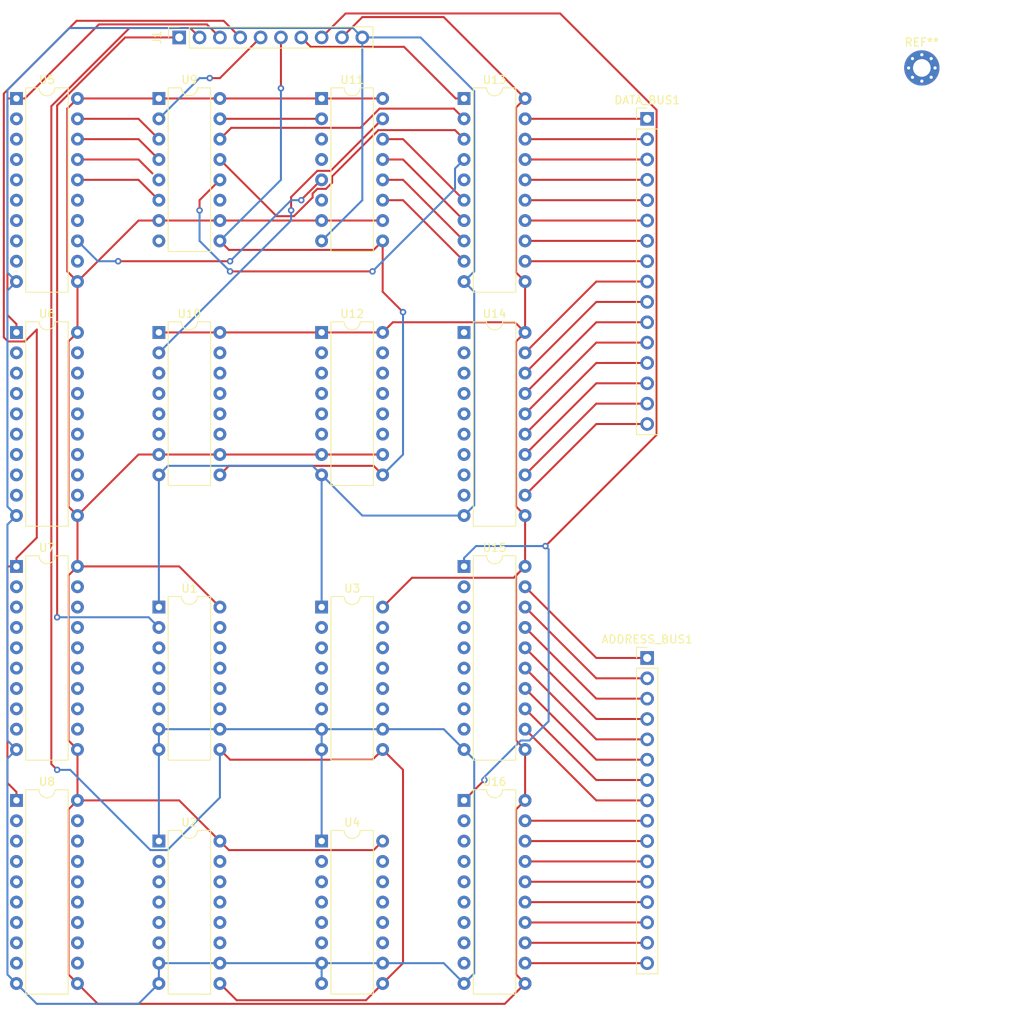
<source format=kicad_pcb>
(kicad_pcb (version 20171130) (host pcbnew "(5.1.4)-1")

  (general
    (thickness 1.6)
    (drawings 0)
    (tracks 354)
    (zones 0)
    (modules 20)
    (nets 83)
  )

  (page A4)
  (layers
    (0 F.Cu signal)
    (31 B.Cu signal)
    (32 B.Adhes user)
    (33 F.Adhes user)
    (34 B.Paste user)
    (35 F.Paste user)
    (36 B.SilkS user)
    (37 F.SilkS user)
    (38 B.Mask user)
    (39 F.Mask user)
    (40 Dwgs.User user)
    (41 Cmts.User user)
    (42 Eco1.User user)
    (43 Eco2.User user)
    (44 Edge.Cuts user)
    (45 Margin user)
    (46 B.CrtYd user)
    (47 F.CrtYd user)
    (48 B.Fab user)
    (49 F.Fab user)
  )

  (setup
    (last_trace_width 0.25)
    (trace_clearance 0.2)
    (zone_clearance 0.508)
    (zone_45_only no)
    (trace_min 0.2)
    (via_size 0.8)
    (via_drill 0.4)
    (via_min_size 0.4)
    (via_min_drill 0.3)
    (uvia_size 0.3)
    (uvia_drill 0.1)
    (uvias_allowed no)
    (uvia_min_size 0.2)
    (uvia_min_drill 0.1)
    (edge_width 0.05)
    (segment_width 0.2)
    (pcb_text_width 0.3)
    (pcb_text_size 1.5 1.5)
    (mod_edge_width 0.12)
    (mod_text_size 1 1)
    (mod_text_width 0.15)
    (pad_size 1.524 1.524)
    (pad_drill 0.762)
    (pad_to_mask_clearance 0.051)
    (solder_mask_min_width 0.25)
    (aux_axis_origin 0 0)
    (visible_elements 7FFFFFFF)
    (pcbplotparams
      (layerselection 0x010fc_ffffffff)
      (usegerberextensions false)
      (usegerberattributes false)
      (usegerberadvancedattributes false)
      (creategerberjobfile false)
      (excludeedgelayer true)
      (linewidth 0.100000)
      (plotframeref false)
      (viasonmask false)
      (mode 1)
      (useauxorigin false)
      (hpglpennumber 1)
      (hpglpenspeed 20)
      (hpglpendiameter 15.000000)
      (psnegative false)
      (psa4output false)
      (plotreference true)
      (plotvalue true)
      (plotinvisibletext false)
      (padsonsilk false)
      (subtractmaskfromsilk false)
      (outputformat 1)
      (mirror false)
      (drillshape 1)
      (scaleselection 1)
      (outputdirectory ""))
  )

  (net 0 "")
  (net 1 "Net-(ADDRESS_BUS1-Pad1)")
  (net 2 "Net-(ADDRESS_BUS1-Pad2)")
  (net 3 "Net-(ADDRESS_BUS1-Pad3)")
  (net 4 "Net-(ADDRESS_BUS1-Pad4)")
  (net 5 "Net-(ADDRESS_BUS1-Pad5)")
  (net 6 "Net-(ADDRESS_BUS1-Pad6)")
  (net 7 "Net-(ADDRESS_BUS1-Pad7)")
  (net 8 "Net-(ADDRESS_BUS1-Pad8)")
  (net 9 "Net-(ADDRESS_BUS1-Pad9)")
  (net 10 "Net-(ADDRESS_BUS1-Pad10)")
  (net 11 "Net-(ADDRESS_BUS1-Pad11)")
  (net 12 "Net-(ADDRESS_BUS1-Pad12)")
  (net 13 "Net-(ADDRESS_BUS1-Pad13)")
  (net 14 "Net-(ADDRESS_BUS1-Pad14)")
  (net 15 "Net-(ADDRESS_BUS1-Pad15)")
  (net 16 "Net-(ADDRESS_BUS1-Pad16)")
  (net 17 "Net-(DATA_BUS1-Pad16)")
  (net 18 "Net-(DATA_BUS1-Pad15)")
  (net 19 "Net-(DATA_BUS1-Pad14)")
  (net 20 "Net-(DATA_BUS1-Pad13)")
  (net 21 "Net-(DATA_BUS1-Pad12)")
  (net 22 "Net-(DATA_BUS1-Pad11)")
  (net 23 "Net-(DATA_BUS1-Pad10)")
  (net 24 "Net-(DATA_BUS1-Pad9)")
  (net 25 "Net-(DATA_BUS1-Pad8)")
  (net 26 "Net-(DATA_BUS1-Pad7)")
  (net 27 "Net-(DATA_BUS1-Pad6)")
  (net 28 "Net-(DATA_BUS1-Pad5)")
  (net 29 "Net-(DATA_BUS1-Pad4)")
  (net 30 "Net-(DATA_BUS1-Pad3)")
  (net 31 "Net-(DATA_BUS1-Pad2)")
  (net 32 "Net-(DATA_BUS1-Pad1)")
  (net 33 +5V)
  (net 34 GND)
  (net 35 "Net-(U1-Pad15)")
  (net 36 "Net-(U1-Pad14)")
  (net 37 "Net-(U1-Pad13)")
  (net 38 "Net-(U1-Pad12)")
  (net 39 "Net-(U1-Pad11)")
  (net 40 /DECSP)
  (net 41 /LDSP)
  (net 42 "Net-(U2-Pad15)")
  (net 43 "Net-(U2-Pad14)")
  (net 44 "Net-(U2-Pad13)")
  (net 45 "Net-(U2-Pad12)")
  (net 46 "Net-(U2-Pad11)")
  (net 47 "Net-(U2-Pad2)")
  (net 48 "Net-(U3-Pad11)")
  (net 49 "Net-(U3-Pad12)")
  (net 50 "Net-(U3-Pad13)")
  (net 51 "Net-(U3-Pad14)")
  (net 52 "Net-(U4-Pad11)")
  (net 53 "Net-(U4-Pad12)")
  (net 54 "Net-(U4-Pad13)")
  (net 55 "Net-(U4-Pad14)")
  (net 56 "Net-(U4-Pad15)")
  (net 57 /OESPD)
  (net 58 /OESPA)
  (net 59 /LDPC)
  (net 60 /INCPC)
  (net 61 "Net-(U13-Pad5)")
  (net 62 "Net-(U13-Pad4)")
  (net 63 "Net-(U13-Pad3)")
  (net 64 "Net-(U13-Pad2)")
  (net 65 "Net-(U11-Pad2)")
  (net 66 "Net-(U10-Pad15)")
  (net 67 "Net-(U10-Pad14)")
  (net 68 "Net-(U10-Pad13)")
  (net 69 "Net-(U10-Pad12)")
  (net 70 "Net-(U10-Pad11)")
  (net 71 "Net-(U10-Pad2)")
  (net 72 "Net-(U11-Pad11)")
  (net 73 "Net-(U11-Pad12)")
  (net 74 "Net-(U11-Pad13)")
  (net 75 "Net-(U11-Pad14)")
  (net 76 "Net-(U12-Pad15)")
  (net 77 "Net-(U12-Pad14)")
  (net 78 "Net-(U12-Pad13)")
  (net 79 "Net-(U12-Pad12)")
  (net 80 "Net-(U12-Pad11)")
  (net 81 /OEPCD)
  (net 82 /OEPCA)

  (net_class Default "This is the default net class."
    (clearance 0.2)
    (trace_width 0.25)
    (via_dia 0.8)
    (via_drill 0.4)
    (uvia_dia 0.3)
    (uvia_drill 0.1)
    (add_net +5V)
    (add_net /DECSP)
    (add_net /INCPC)
    (add_net /LDPC)
    (add_net /LDSP)
    (add_net /OEPCA)
    (add_net /OEPCD)
    (add_net /OESPA)
    (add_net /OESPD)
    (add_net GND)
    (add_net "Net-(ADDRESS_BUS1-Pad1)")
    (add_net "Net-(ADDRESS_BUS1-Pad10)")
    (add_net "Net-(ADDRESS_BUS1-Pad11)")
    (add_net "Net-(ADDRESS_BUS1-Pad12)")
    (add_net "Net-(ADDRESS_BUS1-Pad13)")
    (add_net "Net-(ADDRESS_BUS1-Pad14)")
    (add_net "Net-(ADDRESS_BUS1-Pad15)")
    (add_net "Net-(ADDRESS_BUS1-Pad16)")
    (add_net "Net-(ADDRESS_BUS1-Pad2)")
    (add_net "Net-(ADDRESS_BUS1-Pad3)")
    (add_net "Net-(ADDRESS_BUS1-Pad4)")
    (add_net "Net-(ADDRESS_BUS1-Pad5)")
    (add_net "Net-(ADDRESS_BUS1-Pad6)")
    (add_net "Net-(ADDRESS_BUS1-Pad7)")
    (add_net "Net-(ADDRESS_BUS1-Pad8)")
    (add_net "Net-(ADDRESS_BUS1-Pad9)")
    (add_net "Net-(DATA_BUS1-Pad1)")
    (add_net "Net-(DATA_BUS1-Pad10)")
    (add_net "Net-(DATA_BUS1-Pad11)")
    (add_net "Net-(DATA_BUS1-Pad12)")
    (add_net "Net-(DATA_BUS1-Pad13)")
    (add_net "Net-(DATA_BUS1-Pad14)")
    (add_net "Net-(DATA_BUS1-Pad15)")
    (add_net "Net-(DATA_BUS1-Pad16)")
    (add_net "Net-(DATA_BUS1-Pad2)")
    (add_net "Net-(DATA_BUS1-Pad3)")
    (add_net "Net-(DATA_BUS1-Pad4)")
    (add_net "Net-(DATA_BUS1-Pad5)")
    (add_net "Net-(DATA_BUS1-Pad6)")
    (add_net "Net-(DATA_BUS1-Pad7)")
    (add_net "Net-(DATA_BUS1-Pad8)")
    (add_net "Net-(DATA_BUS1-Pad9)")
    (add_net "Net-(U1-Pad11)")
    (add_net "Net-(U1-Pad12)")
    (add_net "Net-(U1-Pad13)")
    (add_net "Net-(U1-Pad14)")
    (add_net "Net-(U1-Pad15)")
    (add_net "Net-(U10-Pad11)")
    (add_net "Net-(U10-Pad12)")
    (add_net "Net-(U10-Pad13)")
    (add_net "Net-(U10-Pad14)")
    (add_net "Net-(U10-Pad15)")
    (add_net "Net-(U10-Pad2)")
    (add_net "Net-(U11-Pad11)")
    (add_net "Net-(U11-Pad12)")
    (add_net "Net-(U11-Pad13)")
    (add_net "Net-(U11-Pad14)")
    (add_net "Net-(U11-Pad2)")
    (add_net "Net-(U12-Pad11)")
    (add_net "Net-(U12-Pad12)")
    (add_net "Net-(U12-Pad13)")
    (add_net "Net-(U12-Pad14)")
    (add_net "Net-(U12-Pad15)")
    (add_net "Net-(U13-Pad2)")
    (add_net "Net-(U13-Pad3)")
    (add_net "Net-(U13-Pad4)")
    (add_net "Net-(U13-Pad5)")
    (add_net "Net-(U2-Pad11)")
    (add_net "Net-(U2-Pad12)")
    (add_net "Net-(U2-Pad13)")
    (add_net "Net-(U2-Pad14)")
    (add_net "Net-(U2-Pad15)")
    (add_net "Net-(U2-Pad2)")
    (add_net "Net-(U3-Pad11)")
    (add_net "Net-(U3-Pad12)")
    (add_net "Net-(U3-Pad13)")
    (add_net "Net-(U3-Pad14)")
    (add_net "Net-(U4-Pad11)")
    (add_net "Net-(U4-Pad12)")
    (add_net "Net-(U4-Pad13)")
    (add_net "Net-(U4-Pad14)")
    (add_net "Net-(U4-Pad15)")
  )

  (net_class Power ""
    (clearance 0.2)
    (trace_width 0.25)
    (via_dia 0.8)
    (via_drill 0.4)
    (uvia_dia 0.3)
    (uvia_drill 0.1)
  )

  (module Socket_Strips:Socket_Strip_Straight_1x16_Pitch2.54mm (layer F.Cu) (tedit 58CD5446) (tstamp 5E1E5BFD)
    (at 227.33 31.75)
    (descr "Through hole straight socket strip, 1x16, 2.54mm pitch, single row")
    (tags "Through hole socket strip THT 1x16 2.54mm single row")
    (path /5E1CA74B)
    (fp_text reference DATA_BUS1 (at 0 -2.33) (layer F.SilkS)
      (effects (font (size 1 1) (thickness 0.15)))
    )
    (fp_text value Conn_01x16 (at 0 40.43) (layer F.Fab)
      (effects (font (size 1 1) (thickness 0.15)))
    )
    (fp_text user %R (at 0 -2.33) (layer F.Fab)
      (effects (font (size 1 1) (thickness 0.15)))
    )
    (fp_line (start 1.8 -1.8) (end -1.8 -1.8) (layer F.CrtYd) (width 0.05))
    (fp_line (start 1.8 39.9) (end 1.8 -1.8) (layer F.CrtYd) (width 0.05))
    (fp_line (start -1.8 39.9) (end 1.8 39.9) (layer F.CrtYd) (width 0.05))
    (fp_line (start -1.8 -1.8) (end -1.8 39.9) (layer F.CrtYd) (width 0.05))
    (fp_line (start -1.33 -1.33) (end 0 -1.33) (layer F.SilkS) (width 0.12))
    (fp_line (start -1.33 0) (end -1.33 -1.33) (layer F.SilkS) (width 0.12))
    (fp_line (start 1.33 1.27) (end -1.33 1.27) (layer F.SilkS) (width 0.12))
    (fp_line (start 1.33 39.43) (end 1.33 1.27) (layer F.SilkS) (width 0.12))
    (fp_line (start -1.33 39.43) (end 1.33 39.43) (layer F.SilkS) (width 0.12))
    (fp_line (start -1.33 1.27) (end -1.33 39.43) (layer F.SilkS) (width 0.12))
    (fp_line (start 1.27 -1.27) (end -1.27 -1.27) (layer F.Fab) (width 0.1))
    (fp_line (start 1.27 39.37) (end 1.27 -1.27) (layer F.Fab) (width 0.1))
    (fp_line (start -1.27 39.37) (end 1.27 39.37) (layer F.Fab) (width 0.1))
    (fp_line (start -1.27 -1.27) (end -1.27 39.37) (layer F.Fab) (width 0.1))
    (pad 16 thru_hole oval (at 0 38.1) (size 1.7 1.7) (drill 1) (layers *.Cu *.Mask)
      (net 17 "Net-(DATA_BUS1-Pad16)"))
    (pad 15 thru_hole oval (at 0 35.56) (size 1.7 1.7) (drill 1) (layers *.Cu *.Mask)
      (net 18 "Net-(DATA_BUS1-Pad15)"))
    (pad 14 thru_hole oval (at 0 33.02) (size 1.7 1.7) (drill 1) (layers *.Cu *.Mask)
      (net 19 "Net-(DATA_BUS1-Pad14)"))
    (pad 13 thru_hole oval (at 0 30.48) (size 1.7 1.7) (drill 1) (layers *.Cu *.Mask)
      (net 20 "Net-(DATA_BUS1-Pad13)"))
    (pad 12 thru_hole oval (at 0 27.94) (size 1.7 1.7) (drill 1) (layers *.Cu *.Mask)
      (net 21 "Net-(DATA_BUS1-Pad12)"))
    (pad 11 thru_hole oval (at 0 25.4) (size 1.7 1.7) (drill 1) (layers *.Cu *.Mask)
      (net 22 "Net-(DATA_BUS1-Pad11)"))
    (pad 10 thru_hole oval (at 0 22.86) (size 1.7 1.7) (drill 1) (layers *.Cu *.Mask)
      (net 23 "Net-(DATA_BUS1-Pad10)"))
    (pad 9 thru_hole oval (at 0 20.32) (size 1.7 1.7) (drill 1) (layers *.Cu *.Mask)
      (net 24 "Net-(DATA_BUS1-Pad9)"))
    (pad 8 thru_hole oval (at 0 17.78) (size 1.7 1.7) (drill 1) (layers *.Cu *.Mask)
      (net 25 "Net-(DATA_BUS1-Pad8)"))
    (pad 7 thru_hole oval (at 0 15.24) (size 1.7 1.7) (drill 1) (layers *.Cu *.Mask)
      (net 26 "Net-(DATA_BUS1-Pad7)"))
    (pad 6 thru_hole oval (at 0 12.7) (size 1.7 1.7) (drill 1) (layers *.Cu *.Mask)
      (net 27 "Net-(DATA_BUS1-Pad6)"))
    (pad 5 thru_hole oval (at 0 10.16) (size 1.7 1.7) (drill 1) (layers *.Cu *.Mask)
      (net 28 "Net-(DATA_BUS1-Pad5)"))
    (pad 4 thru_hole oval (at 0 7.62) (size 1.7 1.7) (drill 1) (layers *.Cu *.Mask)
      (net 29 "Net-(DATA_BUS1-Pad4)"))
    (pad 3 thru_hole oval (at 0 5.08) (size 1.7 1.7) (drill 1) (layers *.Cu *.Mask)
      (net 30 "Net-(DATA_BUS1-Pad3)"))
    (pad 2 thru_hole oval (at 0 2.54) (size 1.7 1.7) (drill 1) (layers *.Cu *.Mask)
      (net 31 "Net-(DATA_BUS1-Pad2)"))
    (pad 1 thru_hole rect (at 0 0) (size 1.7 1.7) (drill 1) (layers *.Cu *.Mask)
      (net 32 "Net-(DATA_BUS1-Pad1)"))
    (model ${KISYS3DMOD}/Socket_Strips.3dshapes/Socket_Strip_Straight_1x16_Pitch2.54mm.wrl
      (offset (xyz 0 -19.04999971389771 0))
      (scale (xyz 1 1 1))
      (rotate (xyz 0 0 270))
    )
  )

  (module Mounting_Holes:MountingHole_2.2mm_M2_Pad_Via (layer F.Cu) (tedit 56DDB9C7) (tstamp 5E1E74CE)
    (at 261.62 25.4)
    (descr "Mounting Hole 2.2mm, M2")
    (tags "mounting hole 2.2mm m2")
    (attr virtual)
    (fp_text reference REF** (at 0 -3.2) (layer F.SilkS)
      (effects (font (size 1 1) (thickness 0.15)))
    )
    (fp_text value MountingHole_2.2mm_M2_Pad_Via (at 0 3.2) (layer F.Fab)
      (effects (font (size 1 1) (thickness 0.15)))
    )
    (fp_text user %R (at 0.3 0) (layer F.Fab)
      (effects (font (size 1 1) (thickness 0.15)))
    )
    (fp_circle (center 0 0) (end 2.2 0) (layer Cmts.User) (width 0.15))
    (fp_circle (center 0 0) (end 2.45 0) (layer F.CrtYd) (width 0.05))
    (pad 1 thru_hole circle (at 0 0) (size 4.4 4.4) (drill 2.2) (layers *.Cu *.Mask))
    (pad 1 thru_hole circle (at 1.65 0) (size 0.7 0.7) (drill 0.4) (layers *.Cu *.Mask))
    (pad 1 thru_hole circle (at 1.166726 1.166726) (size 0.7 0.7) (drill 0.4) (layers *.Cu *.Mask))
    (pad 1 thru_hole circle (at 0 1.65) (size 0.7 0.7) (drill 0.4) (layers *.Cu *.Mask))
    (pad 1 thru_hole circle (at -1.166726 1.166726) (size 0.7 0.7) (drill 0.4) (layers *.Cu *.Mask))
    (pad 1 thru_hole circle (at -1.65 0) (size 0.7 0.7) (drill 0.4) (layers *.Cu *.Mask))
    (pad 1 thru_hole circle (at -1.166726 -1.166726) (size 0.7 0.7) (drill 0.4) (layers *.Cu *.Mask))
    (pad 1 thru_hole circle (at 0 -1.65) (size 0.7 0.7) (drill 0.4) (layers *.Cu *.Mask))
    (pad 1 thru_hole circle (at 1.166726 -1.166726) (size 0.7 0.7) (drill 0.4) (layers *.Cu *.Mask))
  )

  (module Socket_Strips:Socket_Strip_Straight_1x16_Pitch2.54mm (layer F.Cu) (tedit 58CD5446) (tstamp 5E1E5BDA)
    (at 227.33 99.06)
    (descr "Through hole straight socket strip, 1x16, 2.54mm pitch, single row")
    (tags "Through hole socket strip THT 1x16 2.54mm single row")
    (path /5E2040D2)
    (fp_text reference ADDRESS_BUS1 (at 0 -2.33) (layer F.SilkS)
      (effects (font (size 1 1) (thickness 0.15)))
    )
    (fp_text value Conn_01x16 (at 0 40.43) (layer F.Fab)
      (effects (font (size 1 1) (thickness 0.15)))
    )
    (fp_line (start -1.27 -1.27) (end -1.27 39.37) (layer F.Fab) (width 0.1))
    (fp_line (start -1.27 39.37) (end 1.27 39.37) (layer F.Fab) (width 0.1))
    (fp_line (start 1.27 39.37) (end 1.27 -1.27) (layer F.Fab) (width 0.1))
    (fp_line (start 1.27 -1.27) (end -1.27 -1.27) (layer F.Fab) (width 0.1))
    (fp_line (start -1.33 1.27) (end -1.33 39.43) (layer F.SilkS) (width 0.12))
    (fp_line (start -1.33 39.43) (end 1.33 39.43) (layer F.SilkS) (width 0.12))
    (fp_line (start 1.33 39.43) (end 1.33 1.27) (layer F.SilkS) (width 0.12))
    (fp_line (start 1.33 1.27) (end -1.33 1.27) (layer F.SilkS) (width 0.12))
    (fp_line (start -1.33 0) (end -1.33 -1.33) (layer F.SilkS) (width 0.12))
    (fp_line (start -1.33 -1.33) (end 0 -1.33) (layer F.SilkS) (width 0.12))
    (fp_line (start -1.8 -1.8) (end -1.8 39.9) (layer F.CrtYd) (width 0.05))
    (fp_line (start -1.8 39.9) (end 1.8 39.9) (layer F.CrtYd) (width 0.05))
    (fp_line (start 1.8 39.9) (end 1.8 -1.8) (layer F.CrtYd) (width 0.05))
    (fp_line (start 1.8 -1.8) (end -1.8 -1.8) (layer F.CrtYd) (width 0.05))
    (fp_text user %R (at 0 -2.33) (layer F.Fab)
      (effects (font (size 1 1) (thickness 0.15)))
    )
    (pad 1 thru_hole rect (at 0 0) (size 1.7 1.7) (drill 1) (layers *.Cu *.Mask)
      (net 1 "Net-(ADDRESS_BUS1-Pad1)"))
    (pad 2 thru_hole oval (at 0 2.54) (size 1.7 1.7) (drill 1) (layers *.Cu *.Mask)
      (net 2 "Net-(ADDRESS_BUS1-Pad2)"))
    (pad 3 thru_hole oval (at 0 5.08) (size 1.7 1.7) (drill 1) (layers *.Cu *.Mask)
      (net 3 "Net-(ADDRESS_BUS1-Pad3)"))
    (pad 4 thru_hole oval (at 0 7.62) (size 1.7 1.7) (drill 1) (layers *.Cu *.Mask)
      (net 4 "Net-(ADDRESS_BUS1-Pad4)"))
    (pad 5 thru_hole oval (at 0 10.16) (size 1.7 1.7) (drill 1) (layers *.Cu *.Mask)
      (net 5 "Net-(ADDRESS_BUS1-Pad5)"))
    (pad 6 thru_hole oval (at 0 12.7) (size 1.7 1.7) (drill 1) (layers *.Cu *.Mask)
      (net 6 "Net-(ADDRESS_BUS1-Pad6)"))
    (pad 7 thru_hole oval (at 0 15.24) (size 1.7 1.7) (drill 1) (layers *.Cu *.Mask)
      (net 7 "Net-(ADDRESS_BUS1-Pad7)"))
    (pad 8 thru_hole oval (at 0 17.78) (size 1.7 1.7) (drill 1) (layers *.Cu *.Mask)
      (net 8 "Net-(ADDRESS_BUS1-Pad8)"))
    (pad 9 thru_hole oval (at 0 20.32) (size 1.7 1.7) (drill 1) (layers *.Cu *.Mask)
      (net 9 "Net-(ADDRESS_BUS1-Pad9)"))
    (pad 10 thru_hole oval (at 0 22.86) (size 1.7 1.7) (drill 1) (layers *.Cu *.Mask)
      (net 10 "Net-(ADDRESS_BUS1-Pad10)"))
    (pad 11 thru_hole oval (at 0 25.4) (size 1.7 1.7) (drill 1) (layers *.Cu *.Mask)
      (net 11 "Net-(ADDRESS_BUS1-Pad11)"))
    (pad 12 thru_hole oval (at 0 27.94) (size 1.7 1.7) (drill 1) (layers *.Cu *.Mask)
      (net 12 "Net-(ADDRESS_BUS1-Pad12)"))
    (pad 13 thru_hole oval (at 0 30.48) (size 1.7 1.7) (drill 1) (layers *.Cu *.Mask)
      (net 13 "Net-(ADDRESS_BUS1-Pad13)"))
    (pad 14 thru_hole oval (at 0 33.02) (size 1.7 1.7) (drill 1) (layers *.Cu *.Mask)
      (net 14 "Net-(ADDRESS_BUS1-Pad14)"))
    (pad 15 thru_hole oval (at 0 35.56) (size 1.7 1.7) (drill 1) (layers *.Cu *.Mask)
      (net 15 "Net-(ADDRESS_BUS1-Pad15)"))
    (pad 16 thru_hole oval (at 0 38.1) (size 1.7 1.7) (drill 1) (layers *.Cu *.Mask)
      (net 16 "Net-(ADDRESS_BUS1-Pad16)"))
    (model ${KISYS3DMOD}/Socket_Strips.3dshapes/Socket_Strip_Straight_1x16_Pitch2.54mm.wrl
      (offset (xyz 0 -19.04999971389771 0))
      (scale (xyz 1 1 1))
      (rotate (xyz 0 0 270))
    )
  )

  (module Housings_DIP:DIP-16_W7.62mm (layer F.Cu) (tedit 59C78D6B) (tstamp 5E1E5C21)
    (at 166.37 92.71)
    (descr "16-lead though-hole mounted DIP package, row spacing 7.62 mm (300 mils)")
    (tags "THT DIP DIL PDIP 2.54mm 7.62mm 300mil")
    (path /5F8E0E11)
    (fp_text reference U1 (at 3.81 -2.33) (layer F.SilkS)
      (effects (font (size 1 1) (thickness 0.15)))
    )
    (fp_text value SN74ALS169BN (at 3.81 20.11) (layer F.Fab)
      (effects (font (size 1 1) (thickness 0.15)))
    )
    (fp_text user %R (at 3.81 8.89) (layer F.Fab)
      (effects (font (size 1 1) (thickness 0.15)))
    )
    (fp_line (start 8.7 -1.55) (end -1.1 -1.55) (layer F.CrtYd) (width 0.05))
    (fp_line (start 8.7 19.3) (end 8.7 -1.55) (layer F.CrtYd) (width 0.05))
    (fp_line (start -1.1 19.3) (end 8.7 19.3) (layer F.CrtYd) (width 0.05))
    (fp_line (start -1.1 -1.55) (end -1.1 19.3) (layer F.CrtYd) (width 0.05))
    (fp_line (start 6.46 -1.33) (end 4.81 -1.33) (layer F.SilkS) (width 0.12))
    (fp_line (start 6.46 19.11) (end 6.46 -1.33) (layer F.SilkS) (width 0.12))
    (fp_line (start 1.16 19.11) (end 6.46 19.11) (layer F.SilkS) (width 0.12))
    (fp_line (start 1.16 -1.33) (end 1.16 19.11) (layer F.SilkS) (width 0.12))
    (fp_line (start 2.81 -1.33) (end 1.16 -1.33) (layer F.SilkS) (width 0.12))
    (fp_line (start 0.635 -0.27) (end 1.635 -1.27) (layer F.Fab) (width 0.1))
    (fp_line (start 0.635 19.05) (end 0.635 -0.27) (layer F.Fab) (width 0.1))
    (fp_line (start 6.985 19.05) (end 0.635 19.05) (layer F.Fab) (width 0.1))
    (fp_line (start 6.985 -1.27) (end 6.985 19.05) (layer F.Fab) (width 0.1))
    (fp_line (start 1.635 -1.27) (end 6.985 -1.27) (layer F.Fab) (width 0.1))
    (fp_arc (start 3.81 -1.33) (end 2.81 -1.33) (angle -180) (layer F.SilkS) (width 0.12))
    (pad 16 thru_hole oval (at 7.62 0) (size 1.6 1.6) (drill 0.8) (layers *.Cu *.Mask)
      (net 33 +5V))
    (pad 8 thru_hole oval (at 0 17.78) (size 1.6 1.6) (drill 0.8) (layers *.Cu *.Mask)
      (net 34 GND))
    (pad 15 thru_hole oval (at 7.62 2.54) (size 1.6 1.6) (drill 0.8) (layers *.Cu *.Mask)
      (net 35 "Net-(U1-Pad15)"))
    (pad 7 thru_hole oval (at 0 15.24) (size 1.6 1.6) (drill 0.8) (layers *.Cu *.Mask)
      (net 34 GND))
    (pad 14 thru_hole oval (at 7.62 5.08) (size 1.6 1.6) (drill 0.8) (layers *.Cu *.Mask)
      (net 36 "Net-(U1-Pad14)"))
    (pad 6 thru_hole oval (at 0 12.7) (size 1.6 1.6) (drill 0.8) (layers *.Cu *.Mask)
      (net 29 "Net-(DATA_BUS1-Pad4)"))
    (pad 13 thru_hole oval (at 7.62 7.62) (size 1.6 1.6) (drill 0.8) (layers *.Cu *.Mask)
      (net 37 "Net-(U1-Pad13)"))
    (pad 5 thru_hole oval (at 0 10.16) (size 1.6 1.6) (drill 0.8) (layers *.Cu *.Mask)
      (net 30 "Net-(DATA_BUS1-Pad3)"))
    (pad 12 thru_hole oval (at 7.62 10.16) (size 1.6 1.6) (drill 0.8) (layers *.Cu *.Mask)
      (net 38 "Net-(U1-Pad12)"))
    (pad 4 thru_hole oval (at 0 7.62) (size 1.6 1.6) (drill 0.8) (layers *.Cu *.Mask)
      (net 31 "Net-(DATA_BUS1-Pad2)"))
    (pad 11 thru_hole oval (at 7.62 12.7) (size 1.6 1.6) (drill 0.8) (layers *.Cu *.Mask)
      (net 39 "Net-(U1-Pad11)"))
    (pad 3 thru_hole oval (at 0 5.08) (size 1.6 1.6) (drill 0.8) (layers *.Cu *.Mask)
      (net 32 "Net-(DATA_BUS1-Pad1)"))
    (pad 10 thru_hole oval (at 7.62 15.24) (size 1.6 1.6) (drill 0.8) (layers *.Cu *.Mask)
      (net 34 GND))
    (pad 2 thru_hole oval (at 0 2.54) (size 1.6 1.6) (drill 0.8) (layers *.Cu *.Mask)
      (net 40 /DECSP))
    (pad 9 thru_hole oval (at 7.62 17.78) (size 1.6 1.6) (drill 0.8) (layers *.Cu *.Mask)
      (net 41 /LDSP))
    (pad 1 thru_hole rect (at 0 0) (size 1.6 1.6) (drill 0.8) (layers *.Cu *.Mask)
      (net 34 GND))
    (model ${KISYS3DMOD}/Housings_DIP.3dshapes/DIP-16_W7.62mm.wrl
      (at (xyz 0 0 0))
      (scale (xyz 1 1 1))
      (rotate (xyz 0 0 0))
    )
  )

  (module Housings_DIP:DIP-16_W7.62mm (layer F.Cu) (tedit 59C78D6B) (tstamp 5E1E5C45)
    (at 166.37 121.92)
    (descr "16-lead though-hole mounted DIP package, row spacing 7.62 mm (300 mils)")
    (tags "THT DIP DIL PDIP 2.54mm 7.62mm 300mil")
    (path /5FED0E64)
    (fp_text reference U2 (at 3.81 -2.33) (layer F.SilkS)
      (effects (font (size 1 1) (thickness 0.15)))
    )
    (fp_text value SN74ALS169BN (at 3.81 20.11) (layer F.Fab)
      (effects (font (size 1 1) (thickness 0.15)))
    )
    (fp_text user %R (at 3.81 8.89) (layer F.Fab)
      (effects (font (size 1 1) (thickness 0.15)))
    )
    (fp_line (start 8.7 -1.55) (end -1.1 -1.55) (layer F.CrtYd) (width 0.05))
    (fp_line (start 8.7 19.3) (end 8.7 -1.55) (layer F.CrtYd) (width 0.05))
    (fp_line (start -1.1 19.3) (end 8.7 19.3) (layer F.CrtYd) (width 0.05))
    (fp_line (start -1.1 -1.55) (end -1.1 19.3) (layer F.CrtYd) (width 0.05))
    (fp_line (start 6.46 -1.33) (end 4.81 -1.33) (layer F.SilkS) (width 0.12))
    (fp_line (start 6.46 19.11) (end 6.46 -1.33) (layer F.SilkS) (width 0.12))
    (fp_line (start 1.16 19.11) (end 6.46 19.11) (layer F.SilkS) (width 0.12))
    (fp_line (start 1.16 -1.33) (end 1.16 19.11) (layer F.SilkS) (width 0.12))
    (fp_line (start 2.81 -1.33) (end 1.16 -1.33) (layer F.SilkS) (width 0.12))
    (fp_line (start 0.635 -0.27) (end 1.635 -1.27) (layer F.Fab) (width 0.1))
    (fp_line (start 0.635 19.05) (end 0.635 -0.27) (layer F.Fab) (width 0.1))
    (fp_line (start 6.985 19.05) (end 0.635 19.05) (layer F.Fab) (width 0.1))
    (fp_line (start 6.985 -1.27) (end 6.985 19.05) (layer F.Fab) (width 0.1))
    (fp_line (start 1.635 -1.27) (end 6.985 -1.27) (layer F.Fab) (width 0.1))
    (fp_arc (start 3.81 -1.33) (end 2.81 -1.33) (angle -180) (layer F.SilkS) (width 0.12))
    (pad 16 thru_hole oval (at 7.62 0) (size 1.6 1.6) (drill 0.8) (layers *.Cu *.Mask)
      (net 33 +5V))
    (pad 8 thru_hole oval (at 0 17.78) (size 1.6 1.6) (drill 0.8) (layers *.Cu *.Mask)
      (net 34 GND))
    (pad 15 thru_hole oval (at 7.62 2.54) (size 1.6 1.6) (drill 0.8) (layers *.Cu *.Mask)
      (net 42 "Net-(U2-Pad15)"))
    (pad 7 thru_hole oval (at 0 15.24) (size 1.6 1.6) (drill 0.8) (layers *.Cu *.Mask)
      (net 34 GND))
    (pad 14 thru_hole oval (at 7.62 5.08) (size 1.6 1.6) (drill 0.8) (layers *.Cu *.Mask)
      (net 43 "Net-(U2-Pad14)"))
    (pad 6 thru_hole oval (at 0 12.7) (size 1.6 1.6) (drill 0.8) (layers *.Cu *.Mask)
      (net 21 "Net-(DATA_BUS1-Pad12)"))
    (pad 13 thru_hole oval (at 7.62 7.62) (size 1.6 1.6) (drill 0.8) (layers *.Cu *.Mask)
      (net 44 "Net-(U2-Pad13)"))
    (pad 5 thru_hole oval (at 0 10.16) (size 1.6 1.6) (drill 0.8) (layers *.Cu *.Mask)
      (net 22 "Net-(DATA_BUS1-Pad11)"))
    (pad 12 thru_hole oval (at 7.62 10.16) (size 1.6 1.6) (drill 0.8) (layers *.Cu *.Mask)
      (net 45 "Net-(U2-Pad12)"))
    (pad 4 thru_hole oval (at 0 7.62) (size 1.6 1.6) (drill 0.8) (layers *.Cu *.Mask)
      (net 23 "Net-(DATA_BUS1-Pad10)"))
    (pad 11 thru_hole oval (at 7.62 12.7) (size 1.6 1.6) (drill 0.8) (layers *.Cu *.Mask)
      (net 46 "Net-(U2-Pad11)"))
    (pad 3 thru_hole oval (at 0 5.08) (size 1.6 1.6) (drill 0.8) (layers *.Cu *.Mask)
      (net 24 "Net-(DATA_BUS1-Pad9)"))
    (pad 10 thru_hole oval (at 7.62 15.24) (size 1.6 1.6) (drill 0.8) (layers *.Cu *.Mask)
      (net 34 GND))
    (pad 2 thru_hole oval (at 0 2.54) (size 1.6 1.6) (drill 0.8) (layers *.Cu *.Mask)
      (net 47 "Net-(U2-Pad2)"))
    (pad 9 thru_hole oval (at 7.62 17.78) (size 1.6 1.6) (drill 0.8) (layers *.Cu *.Mask)
      (net 41 /LDSP))
    (pad 1 thru_hole rect (at 0 0) (size 1.6 1.6) (drill 0.8) (layers *.Cu *.Mask)
      (net 34 GND))
    (model ${KISYS3DMOD}/Housings_DIP.3dshapes/DIP-16_W7.62mm.wrl
      (at (xyz 0 0 0))
      (scale (xyz 1 1 1))
      (rotate (xyz 0 0 0))
    )
  )

  (module Housings_DIP:DIP-16_W7.62mm (layer F.Cu) (tedit 59C78D6B) (tstamp 5E1E5C69)
    (at 186.69 92.71)
    (descr "16-lead though-hole mounted DIP package, row spacing 7.62 mm (300 mils)")
    (tags "THT DIP DIL PDIP 2.54mm 7.62mm 300mil")
    (path /5FCD5A07)
    (fp_text reference U3 (at 3.81 -2.33) (layer F.SilkS)
      (effects (font (size 1 1) (thickness 0.15)))
    )
    (fp_text value SN74ALS169BN (at 3.81 20.11) (layer F.Fab)
      (effects (font (size 1 1) (thickness 0.15)))
    )
    (fp_arc (start 3.81 -1.33) (end 2.81 -1.33) (angle -180) (layer F.SilkS) (width 0.12))
    (fp_line (start 1.635 -1.27) (end 6.985 -1.27) (layer F.Fab) (width 0.1))
    (fp_line (start 6.985 -1.27) (end 6.985 19.05) (layer F.Fab) (width 0.1))
    (fp_line (start 6.985 19.05) (end 0.635 19.05) (layer F.Fab) (width 0.1))
    (fp_line (start 0.635 19.05) (end 0.635 -0.27) (layer F.Fab) (width 0.1))
    (fp_line (start 0.635 -0.27) (end 1.635 -1.27) (layer F.Fab) (width 0.1))
    (fp_line (start 2.81 -1.33) (end 1.16 -1.33) (layer F.SilkS) (width 0.12))
    (fp_line (start 1.16 -1.33) (end 1.16 19.11) (layer F.SilkS) (width 0.12))
    (fp_line (start 1.16 19.11) (end 6.46 19.11) (layer F.SilkS) (width 0.12))
    (fp_line (start 6.46 19.11) (end 6.46 -1.33) (layer F.SilkS) (width 0.12))
    (fp_line (start 6.46 -1.33) (end 4.81 -1.33) (layer F.SilkS) (width 0.12))
    (fp_line (start -1.1 -1.55) (end -1.1 19.3) (layer F.CrtYd) (width 0.05))
    (fp_line (start -1.1 19.3) (end 8.7 19.3) (layer F.CrtYd) (width 0.05))
    (fp_line (start 8.7 19.3) (end 8.7 -1.55) (layer F.CrtYd) (width 0.05))
    (fp_line (start 8.7 -1.55) (end -1.1 -1.55) (layer F.CrtYd) (width 0.05))
    (fp_text user %R (at 3.81 8.89) (layer F.Fab)
      (effects (font (size 1 1) (thickness 0.15)))
    )
    (pad 1 thru_hole rect (at 0 0) (size 1.6 1.6) (drill 0.8) (layers *.Cu *.Mask)
      (net 34 GND))
    (pad 9 thru_hole oval (at 7.62 17.78) (size 1.6 1.6) (drill 0.8) (layers *.Cu *.Mask)
      (net 41 /LDSP))
    (pad 2 thru_hole oval (at 0 2.54) (size 1.6 1.6) (drill 0.8) (layers *.Cu *.Mask)
      (net 35 "Net-(U1-Pad15)"))
    (pad 10 thru_hole oval (at 7.62 15.24) (size 1.6 1.6) (drill 0.8) (layers *.Cu *.Mask)
      (net 34 GND))
    (pad 3 thru_hole oval (at 0 5.08) (size 1.6 1.6) (drill 0.8) (layers *.Cu *.Mask)
      (net 28 "Net-(DATA_BUS1-Pad5)"))
    (pad 11 thru_hole oval (at 7.62 12.7) (size 1.6 1.6) (drill 0.8) (layers *.Cu *.Mask)
      (net 48 "Net-(U3-Pad11)"))
    (pad 4 thru_hole oval (at 0 7.62) (size 1.6 1.6) (drill 0.8) (layers *.Cu *.Mask)
      (net 27 "Net-(DATA_BUS1-Pad6)"))
    (pad 12 thru_hole oval (at 7.62 10.16) (size 1.6 1.6) (drill 0.8) (layers *.Cu *.Mask)
      (net 49 "Net-(U3-Pad12)"))
    (pad 5 thru_hole oval (at 0 10.16) (size 1.6 1.6) (drill 0.8) (layers *.Cu *.Mask)
      (net 26 "Net-(DATA_BUS1-Pad7)"))
    (pad 13 thru_hole oval (at 7.62 7.62) (size 1.6 1.6) (drill 0.8) (layers *.Cu *.Mask)
      (net 50 "Net-(U3-Pad13)"))
    (pad 6 thru_hole oval (at 0 12.7) (size 1.6 1.6) (drill 0.8) (layers *.Cu *.Mask)
      (net 25 "Net-(DATA_BUS1-Pad8)"))
    (pad 14 thru_hole oval (at 7.62 5.08) (size 1.6 1.6) (drill 0.8) (layers *.Cu *.Mask)
      (net 51 "Net-(U3-Pad14)"))
    (pad 7 thru_hole oval (at 0 15.24) (size 1.6 1.6) (drill 0.8) (layers *.Cu *.Mask)
      (net 34 GND))
    (pad 15 thru_hole oval (at 7.62 2.54) (size 1.6 1.6) (drill 0.8) (layers *.Cu *.Mask)
      (net 47 "Net-(U2-Pad2)"))
    (pad 8 thru_hole oval (at 0 17.78) (size 1.6 1.6) (drill 0.8) (layers *.Cu *.Mask)
      (net 34 GND))
    (pad 16 thru_hole oval (at 7.62 0) (size 1.6 1.6) (drill 0.8) (layers *.Cu *.Mask)
      (net 33 +5V))
    (model ${KISYS3DMOD}/Housings_DIP.3dshapes/DIP-16_W7.62mm.wrl
      (at (xyz 0 0 0))
      (scale (xyz 1 1 1))
      (rotate (xyz 0 0 0))
    )
  )

  (module Housings_DIP:DIP-16_W7.62mm (layer F.Cu) (tedit 59C78D6B) (tstamp 5E1E5C8D)
    (at 186.69 121.92)
    (descr "16-lead though-hole mounted DIP package, row spacing 7.62 mm (300 mils)")
    (tags "THT DIP DIL PDIP 2.54mm 7.62mm 300mil")
    (path /6004CE7F)
    (fp_text reference U4 (at 3.81 -2.33) (layer F.SilkS)
      (effects (font (size 1 1) (thickness 0.15)))
    )
    (fp_text value SN74ALS169BN (at 3.81 20.11) (layer F.Fab)
      (effects (font (size 1 1) (thickness 0.15)))
    )
    (fp_arc (start 3.81 -1.33) (end 2.81 -1.33) (angle -180) (layer F.SilkS) (width 0.12))
    (fp_line (start 1.635 -1.27) (end 6.985 -1.27) (layer F.Fab) (width 0.1))
    (fp_line (start 6.985 -1.27) (end 6.985 19.05) (layer F.Fab) (width 0.1))
    (fp_line (start 6.985 19.05) (end 0.635 19.05) (layer F.Fab) (width 0.1))
    (fp_line (start 0.635 19.05) (end 0.635 -0.27) (layer F.Fab) (width 0.1))
    (fp_line (start 0.635 -0.27) (end 1.635 -1.27) (layer F.Fab) (width 0.1))
    (fp_line (start 2.81 -1.33) (end 1.16 -1.33) (layer F.SilkS) (width 0.12))
    (fp_line (start 1.16 -1.33) (end 1.16 19.11) (layer F.SilkS) (width 0.12))
    (fp_line (start 1.16 19.11) (end 6.46 19.11) (layer F.SilkS) (width 0.12))
    (fp_line (start 6.46 19.11) (end 6.46 -1.33) (layer F.SilkS) (width 0.12))
    (fp_line (start 6.46 -1.33) (end 4.81 -1.33) (layer F.SilkS) (width 0.12))
    (fp_line (start -1.1 -1.55) (end -1.1 19.3) (layer F.CrtYd) (width 0.05))
    (fp_line (start -1.1 19.3) (end 8.7 19.3) (layer F.CrtYd) (width 0.05))
    (fp_line (start 8.7 19.3) (end 8.7 -1.55) (layer F.CrtYd) (width 0.05))
    (fp_line (start 8.7 -1.55) (end -1.1 -1.55) (layer F.CrtYd) (width 0.05))
    (fp_text user %R (at 3.81 8.89) (layer F.Fab)
      (effects (font (size 1 1) (thickness 0.15)))
    )
    (pad 1 thru_hole rect (at 0 0) (size 1.6 1.6) (drill 0.8) (layers *.Cu *.Mask)
      (net 34 GND))
    (pad 9 thru_hole oval (at 7.62 17.78) (size 1.6 1.6) (drill 0.8) (layers *.Cu *.Mask)
      (net 41 /LDSP))
    (pad 2 thru_hole oval (at 0 2.54) (size 1.6 1.6) (drill 0.8) (layers *.Cu *.Mask)
      (net 42 "Net-(U2-Pad15)"))
    (pad 10 thru_hole oval (at 7.62 15.24) (size 1.6 1.6) (drill 0.8) (layers *.Cu *.Mask)
      (net 34 GND))
    (pad 3 thru_hole oval (at 0 5.08) (size 1.6 1.6) (drill 0.8) (layers *.Cu *.Mask)
      (net 20 "Net-(DATA_BUS1-Pad13)"))
    (pad 11 thru_hole oval (at 7.62 12.7) (size 1.6 1.6) (drill 0.8) (layers *.Cu *.Mask)
      (net 52 "Net-(U4-Pad11)"))
    (pad 4 thru_hole oval (at 0 7.62) (size 1.6 1.6) (drill 0.8) (layers *.Cu *.Mask)
      (net 19 "Net-(DATA_BUS1-Pad14)"))
    (pad 12 thru_hole oval (at 7.62 10.16) (size 1.6 1.6) (drill 0.8) (layers *.Cu *.Mask)
      (net 53 "Net-(U4-Pad12)"))
    (pad 5 thru_hole oval (at 0 10.16) (size 1.6 1.6) (drill 0.8) (layers *.Cu *.Mask)
      (net 18 "Net-(DATA_BUS1-Pad15)"))
    (pad 13 thru_hole oval (at 7.62 7.62) (size 1.6 1.6) (drill 0.8) (layers *.Cu *.Mask)
      (net 54 "Net-(U4-Pad13)"))
    (pad 6 thru_hole oval (at 0 12.7) (size 1.6 1.6) (drill 0.8) (layers *.Cu *.Mask)
      (net 17 "Net-(DATA_BUS1-Pad16)"))
    (pad 14 thru_hole oval (at 7.62 5.08) (size 1.6 1.6) (drill 0.8) (layers *.Cu *.Mask)
      (net 55 "Net-(U4-Pad14)"))
    (pad 7 thru_hole oval (at 0 15.24) (size 1.6 1.6) (drill 0.8) (layers *.Cu *.Mask)
      (net 34 GND))
    (pad 15 thru_hole oval (at 7.62 2.54) (size 1.6 1.6) (drill 0.8) (layers *.Cu *.Mask)
      (net 56 "Net-(U4-Pad15)"))
    (pad 8 thru_hole oval (at 0 17.78) (size 1.6 1.6) (drill 0.8) (layers *.Cu *.Mask)
      (net 34 GND))
    (pad 16 thru_hole oval (at 7.62 0) (size 1.6 1.6) (drill 0.8) (layers *.Cu *.Mask)
      (net 33 +5V))
    (model ${KISYS3DMOD}/Housings_DIP.3dshapes/DIP-16_W7.62mm.wrl
      (at (xyz 0 0 0))
      (scale (xyz 1 1 1))
      (rotate (xyz 0 0 0))
    )
  )

  (module Housings_DIP:DIP-20_W7.62mm (layer F.Cu) (tedit 59C78D6B) (tstamp 5E1E5CB5)
    (at 148.59 29.21)
    (descr "20-lead though-hole mounted DIP package, row spacing 7.62 mm (300 mils)")
    (tags "THT DIP DIL PDIP 2.54mm 7.62mm 300mil")
    (path /5E4E40AD)
    (fp_text reference U5 (at 3.81 -2.33) (layer F.SilkS)
      (effects (font (size 1 1) (thickness 0.15)))
    )
    (fp_text value SN74AHCT573N (at 3.81 25.19) (layer F.Fab)
      (effects (font (size 1 1) (thickness 0.15)))
    )
    (fp_arc (start 3.81 -1.33) (end 2.81 -1.33) (angle -180) (layer F.SilkS) (width 0.12))
    (fp_line (start 1.635 -1.27) (end 6.985 -1.27) (layer F.Fab) (width 0.1))
    (fp_line (start 6.985 -1.27) (end 6.985 24.13) (layer F.Fab) (width 0.1))
    (fp_line (start 6.985 24.13) (end 0.635 24.13) (layer F.Fab) (width 0.1))
    (fp_line (start 0.635 24.13) (end 0.635 -0.27) (layer F.Fab) (width 0.1))
    (fp_line (start 0.635 -0.27) (end 1.635 -1.27) (layer F.Fab) (width 0.1))
    (fp_line (start 2.81 -1.33) (end 1.16 -1.33) (layer F.SilkS) (width 0.12))
    (fp_line (start 1.16 -1.33) (end 1.16 24.19) (layer F.SilkS) (width 0.12))
    (fp_line (start 1.16 24.19) (end 6.46 24.19) (layer F.SilkS) (width 0.12))
    (fp_line (start 6.46 24.19) (end 6.46 -1.33) (layer F.SilkS) (width 0.12))
    (fp_line (start 6.46 -1.33) (end 4.81 -1.33) (layer F.SilkS) (width 0.12))
    (fp_line (start -1.1 -1.55) (end -1.1 24.4) (layer F.CrtYd) (width 0.05))
    (fp_line (start -1.1 24.4) (end 8.7 24.4) (layer F.CrtYd) (width 0.05))
    (fp_line (start 8.7 24.4) (end 8.7 -1.55) (layer F.CrtYd) (width 0.05))
    (fp_line (start 8.7 -1.55) (end -1.1 -1.55) (layer F.CrtYd) (width 0.05))
    (fp_text user %R (at 3.81 11.43) (layer F.Fab)
      (effects (font (size 1 1) (thickness 0.15)))
    )
    (pad 1 thru_hole rect (at 0 0) (size 1.6 1.6) (drill 0.8) (layers *.Cu *.Mask)
      (net 57 /OESPD))
    (pad 11 thru_hole oval (at 7.62 22.86) (size 1.6 1.6) (drill 0.8) (layers *.Cu *.Mask)
      (net 33 +5V))
    (pad 2 thru_hole oval (at 0 2.54) (size 1.6 1.6) (drill 0.8) (layers *.Cu *.Mask)
      (net 36 "Net-(U1-Pad14)"))
    (pad 12 thru_hole oval (at 7.62 20.32) (size 1.6 1.6) (drill 0.8) (layers *.Cu *.Mask)
      (net 25 "Net-(DATA_BUS1-Pad8)"))
    (pad 3 thru_hole oval (at 0 5.08) (size 1.6 1.6) (drill 0.8) (layers *.Cu *.Mask)
      (net 37 "Net-(U1-Pad13)"))
    (pad 13 thru_hole oval (at 7.62 17.78) (size 1.6 1.6) (drill 0.8) (layers *.Cu *.Mask)
      (net 26 "Net-(DATA_BUS1-Pad7)"))
    (pad 4 thru_hole oval (at 0 7.62) (size 1.6 1.6) (drill 0.8) (layers *.Cu *.Mask)
      (net 38 "Net-(U1-Pad12)"))
    (pad 14 thru_hole oval (at 7.62 15.24) (size 1.6 1.6) (drill 0.8) (layers *.Cu *.Mask)
      (net 27 "Net-(DATA_BUS1-Pad6)"))
    (pad 5 thru_hole oval (at 0 10.16) (size 1.6 1.6) (drill 0.8) (layers *.Cu *.Mask)
      (net 39 "Net-(U1-Pad11)"))
    (pad 15 thru_hole oval (at 7.62 12.7) (size 1.6 1.6) (drill 0.8) (layers *.Cu *.Mask)
      (net 28 "Net-(DATA_BUS1-Pad5)"))
    (pad 6 thru_hole oval (at 0 12.7) (size 1.6 1.6) (drill 0.8) (layers *.Cu *.Mask)
      (net 51 "Net-(U3-Pad14)"))
    (pad 16 thru_hole oval (at 7.62 10.16) (size 1.6 1.6) (drill 0.8) (layers *.Cu *.Mask)
      (net 29 "Net-(DATA_BUS1-Pad4)"))
    (pad 7 thru_hole oval (at 0 15.24) (size 1.6 1.6) (drill 0.8) (layers *.Cu *.Mask)
      (net 50 "Net-(U3-Pad13)"))
    (pad 17 thru_hole oval (at 7.62 7.62) (size 1.6 1.6) (drill 0.8) (layers *.Cu *.Mask)
      (net 30 "Net-(DATA_BUS1-Pad3)"))
    (pad 8 thru_hole oval (at 0 17.78) (size 1.6 1.6) (drill 0.8) (layers *.Cu *.Mask)
      (net 49 "Net-(U3-Pad12)"))
    (pad 18 thru_hole oval (at 7.62 5.08) (size 1.6 1.6) (drill 0.8) (layers *.Cu *.Mask)
      (net 31 "Net-(DATA_BUS1-Pad2)"))
    (pad 9 thru_hole oval (at 0 20.32) (size 1.6 1.6) (drill 0.8) (layers *.Cu *.Mask)
      (net 48 "Net-(U3-Pad11)"))
    (pad 19 thru_hole oval (at 7.62 2.54) (size 1.6 1.6) (drill 0.8) (layers *.Cu *.Mask)
      (net 32 "Net-(DATA_BUS1-Pad1)"))
    (pad 10 thru_hole oval (at 0 22.86) (size 1.6 1.6) (drill 0.8) (layers *.Cu *.Mask)
      (net 34 GND))
    (pad 20 thru_hole oval (at 7.62 0) (size 1.6 1.6) (drill 0.8) (layers *.Cu *.Mask)
      (net 33 +5V))
    (model ${KISYS3DMOD}/Housings_DIP.3dshapes/DIP-20_W7.62mm.wrl
      (at (xyz 0 0 0))
      (scale (xyz 1 1 1))
      (rotate (xyz 0 0 0))
    )
  )

  (module Housings_DIP:DIP-20_W7.62mm (layer F.Cu) (tedit 59C78D6B) (tstamp 5E1E5CDD)
    (at 148.59 58.42)
    (descr "20-lead though-hole mounted DIP package, row spacing 7.62 mm (300 mils)")
    (tags "THT DIP DIL PDIP 2.54mm 7.62mm 300mil")
    (path /5E4E40A7)
    (fp_text reference U6 (at 3.81 -2.33) (layer F.SilkS)
      (effects (font (size 1 1) (thickness 0.15)))
    )
    (fp_text value SN74AHCT573N (at 3.81 25.19) (layer F.Fab)
      (effects (font (size 1 1) (thickness 0.15)))
    )
    (fp_text user %R (at 3.81 11.43) (layer F.Fab)
      (effects (font (size 1 1) (thickness 0.15)))
    )
    (fp_line (start 8.7 -1.55) (end -1.1 -1.55) (layer F.CrtYd) (width 0.05))
    (fp_line (start 8.7 24.4) (end 8.7 -1.55) (layer F.CrtYd) (width 0.05))
    (fp_line (start -1.1 24.4) (end 8.7 24.4) (layer F.CrtYd) (width 0.05))
    (fp_line (start -1.1 -1.55) (end -1.1 24.4) (layer F.CrtYd) (width 0.05))
    (fp_line (start 6.46 -1.33) (end 4.81 -1.33) (layer F.SilkS) (width 0.12))
    (fp_line (start 6.46 24.19) (end 6.46 -1.33) (layer F.SilkS) (width 0.12))
    (fp_line (start 1.16 24.19) (end 6.46 24.19) (layer F.SilkS) (width 0.12))
    (fp_line (start 1.16 -1.33) (end 1.16 24.19) (layer F.SilkS) (width 0.12))
    (fp_line (start 2.81 -1.33) (end 1.16 -1.33) (layer F.SilkS) (width 0.12))
    (fp_line (start 0.635 -0.27) (end 1.635 -1.27) (layer F.Fab) (width 0.1))
    (fp_line (start 0.635 24.13) (end 0.635 -0.27) (layer F.Fab) (width 0.1))
    (fp_line (start 6.985 24.13) (end 0.635 24.13) (layer F.Fab) (width 0.1))
    (fp_line (start 6.985 -1.27) (end 6.985 24.13) (layer F.Fab) (width 0.1))
    (fp_line (start 1.635 -1.27) (end 6.985 -1.27) (layer F.Fab) (width 0.1))
    (fp_arc (start 3.81 -1.33) (end 2.81 -1.33) (angle -180) (layer F.SilkS) (width 0.12))
    (pad 20 thru_hole oval (at 7.62 0) (size 1.6 1.6) (drill 0.8) (layers *.Cu *.Mask)
      (net 33 +5V))
    (pad 10 thru_hole oval (at 0 22.86) (size 1.6 1.6) (drill 0.8) (layers *.Cu *.Mask)
      (net 34 GND))
    (pad 19 thru_hole oval (at 7.62 2.54) (size 1.6 1.6) (drill 0.8) (layers *.Cu *.Mask)
      (net 24 "Net-(DATA_BUS1-Pad9)"))
    (pad 9 thru_hole oval (at 0 20.32) (size 1.6 1.6) (drill 0.8) (layers *.Cu *.Mask)
      (net 52 "Net-(U4-Pad11)"))
    (pad 18 thru_hole oval (at 7.62 5.08) (size 1.6 1.6) (drill 0.8) (layers *.Cu *.Mask)
      (net 23 "Net-(DATA_BUS1-Pad10)"))
    (pad 8 thru_hole oval (at 0 17.78) (size 1.6 1.6) (drill 0.8) (layers *.Cu *.Mask)
      (net 53 "Net-(U4-Pad12)"))
    (pad 17 thru_hole oval (at 7.62 7.62) (size 1.6 1.6) (drill 0.8) (layers *.Cu *.Mask)
      (net 22 "Net-(DATA_BUS1-Pad11)"))
    (pad 7 thru_hole oval (at 0 15.24) (size 1.6 1.6) (drill 0.8) (layers *.Cu *.Mask)
      (net 54 "Net-(U4-Pad13)"))
    (pad 16 thru_hole oval (at 7.62 10.16) (size 1.6 1.6) (drill 0.8) (layers *.Cu *.Mask)
      (net 21 "Net-(DATA_BUS1-Pad12)"))
    (pad 6 thru_hole oval (at 0 12.7) (size 1.6 1.6) (drill 0.8) (layers *.Cu *.Mask)
      (net 55 "Net-(U4-Pad14)"))
    (pad 15 thru_hole oval (at 7.62 12.7) (size 1.6 1.6) (drill 0.8) (layers *.Cu *.Mask)
      (net 20 "Net-(DATA_BUS1-Pad13)"))
    (pad 5 thru_hole oval (at 0 10.16) (size 1.6 1.6) (drill 0.8) (layers *.Cu *.Mask)
      (net 46 "Net-(U2-Pad11)"))
    (pad 14 thru_hole oval (at 7.62 15.24) (size 1.6 1.6) (drill 0.8) (layers *.Cu *.Mask)
      (net 19 "Net-(DATA_BUS1-Pad14)"))
    (pad 4 thru_hole oval (at 0 7.62) (size 1.6 1.6) (drill 0.8) (layers *.Cu *.Mask)
      (net 45 "Net-(U2-Pad12)"))
    (pad 13 thru_hole oval (at 7.62 17.78) (size 1.6 1.6) (drill 0.8) (layers *.Cu *.Mask)
      (net 18 "Net-(DATA_BUS1-Pad15)"))
    (pad 3 thru_hole oval (at 0 5.08) (size 1.6 1.6) (drill 0.8) (layers *.Cu *.Mask)
      (net 44 "Net-(U2-Pad13)"))
    (pad 12 thru_hole oval (at 7.62 20.32) (size 1.6 1.6) (drill 0.8) (layers *.Cu *.Mask)
      (net 17 "Net-(DATA_BUS1-Pad16)"))
    (pad 2 thru_hole oval (at 0 2.54) (size 1.6 1.6) (drill 0.8) (layers *.Cu *.Mask)
      (net 43 "Net-(U2-Pad14)"))
    (pad 11 thru_hole oval (at 7.62 22.86) (size 1.6 1.6) (drill 0.8) (layers *.Cu *.Mask)
      (net 33 +5V))
    (pad 1 thru_hole rect (at 0 0) (size 1.6 1.6) (drill 0.8) (layers *.Cu *.Mask)
      (net 57 /OESPD))
    (model ${KISYS3DMOD}/Housings_DIP.3dshapes/DIP-20_W7.62mm.wrl
      (at (xyz 0 0 0))
      (scale (xyz 1 1 1))
      (rotate (xyz 0 0 0))
    )
  )

  (module Housings_DIP:DIP-20_W7.62mm (layer F.Cu) (tedit 59C78D6B) (tstamp 5E1E5D05)
    (at 148.59 87.63)
    (descr "20-lead though-hole mounted DIP package, row spacing 7.62 mm (300 mils)")
    (tags "THT DIP DIL PDIP 2.54mm 7.62mm 300mil")
    (path /5E4E404A)
    (fp_text reference U7 (at 3.81 -2.33) (layer F.SilkS)
      (effects (font (size 1 1) (thickness 0.15)))
    )
    (fp_text value SN74AHCT573N (at 3.81 25.19) (layer F.Fab)
      (effects (font (size 1 1) (thickness 0.15)))
    )
    (fp_arc (start 3.81 -1.33) (end 2.81 -1.33) (angle -180) (layer F.SilkS) (width 0.12))
    (fp_line (start 1.635 -1.27) (end 6.985 -1.27) (layer F.Fab) (width 0.1))
    (fp_line (start 6.985 -1.27) (end 6.985 24.13) (layer F.Fab) (width 0.1))
    (fp_line (start 6.985 24.13) (end 0.635 24.13) (layer F.Fab) (width 0.1))
    (fp_line (start 0.635 24.13) (end 0.635 -0.27) (layer F.Fab) (width 0.1))
    (fp_line (start 0.635 -0.27) (end 1.635 -1.27) (layer F.Fab) (width 0.1))
    (fp_line (start 2.81 -1.33) (end 1.16 -1.33) (layer F.SilkS) (width 0.12))
    (fp_line (start 1.16 -1.33) (end 1.16 24.19) (layer F.SilkS) (width 0.12))
    (fp_line (start 1.16 24.19) (end 6.46 24.19) (layer F.SilkS) (width 0.12))
    (fp_line (start 6.46 24.19) (end 6.46 -1.33) (layer F.SilkS) (width 0.12))
    (fp_line (start 6.46 -1.33) (end 4.81 -1.33) (layer F.SilkS) (width 0.12))
    (fp_line (start -1.1 -1.55) (end -1.1 24.4) (layer F.CrtYd) (width 0.05))
    (fp_line (start -1.1 24.4) (end 8.7 24.4) (layer F.CrtYd) (width 0.05))
    (fp_line (start 8.7 24.4) (end 8.7 -1.55) (layer F.CrtYd) (width 0.05))
    (fp_line (start 8.7 -1.55) (end -1.1 -1.55) (layer F.CrtYd) (width 0.05))
    (fp_text user %R (at 3.81 11.43) (layer F.Fab)
      (effects (font (size 1 1) (thickness 0.15)))
    )
    (pad 1 thru_hole rect (at 0 0) (size 1.6 1.6) (drill 0.8) (layers *.Cu *.Mask)
      (net 58 /OESPA))
    (pad 11 thru_hole oval (at 7.62 22.86) (size 1.6 1.6) (drill 0.8) (layers *.Cu *.Mask)
      (net 33 +5V))
    (pad 2 thru_hole oval (at 0 2.54) (size 1.6 1.6) (drill 0.8) (layers *.Cu *.Mask)
      (net 36 "Net-(U1-Pad14)"))
    (pad 12 thru_hole oval (at 7.62 20.32) (size 1.6 1.6) (drill 0.8) (layers *.Cu *.Mask)
      (net 8 "Net-(ADDRESS_BUS1-Pad8)"))
    (pad 3 thru_hole oval (at 0 5.08) (size 1.6 1.6) (drill 0.8) (layers *.Cu *.Mask)
      (net 37 "Net-(U1-Pad13)"))
    (pad 13 thru_hole oval (at 7.62 17.78) (size 1.6 1.6) (drill 0.8) (layers *.Cu *.Mask)
      (net 7 "Net-(ADDRESS_BUS1-Pad7)"))
    (pad 4 thru_hole oval (at 0 7.62) (size 1.6 1.6) (drill 0.8) (layers *.Cu *.Mask)
      (net 38 "Net-(U1-Pad12)"))
    (pad 14 thru_hole oval (at 7.62 15.24) (size 1.6 1.6) (drill 0.8) (layers *.Cu *.Mask)
      (net 6 "Net-(ADDRESS_BUS1-Pad6)"))
    (pad 5 thru_hole oval (at 0 10.16) (size 1.6 1.6) (drill 0.8) (layers *.Cu *.Mask)
      (net 39 "Net-(U1-Pad11)"))
    (pad 15 thru_hole oval (at 7.62 12.7) (size 1.6 1.6) (drill 0.8) (layers *.Cu *.Mask)
      (net 5 "Net-(ADDRESS_BUS1-Pad5)"))
    (pad 6 thru_hole oval (at 0 12.7) (size 1.6 1.6) (drill 0.8) (layers *.Cu *.Mask)
      (net 51 "Net-(U3-Pad14)"))
    (pad 16 thru_hole oval (at 7.62 10.16) (size 1.6 1.6) (drill 0.8) (layers *.Cu *.Mask)
      (net 4 "Net-(ADDRESS_BUS1-Pad4)"))
    (pad 7 thru_hole oval (at 0 15.24) (size 1.6 1.6) (drill 0.8) (layers *.Cu *.Mask)
      (net 50 "Net-(U3-Pad13)"))
    (pad 17 thru_hole oval (at 7.62 7.62) (size 1.6 1.6) (drill 0.8) (layers *.Cu *.Mask)
      (net 3 "Net-(ADDRESS_BUS1-Pad3)"))
    (pad 8 thru_hole oval (at 0 17.78) (size 1.6 1.6) (drill 0.8) (layers *.Cu *.Mask)
      (net 49 "Net-(U3-Pad12)"))
    (pad 18 thru_hole oval (at 7.62 5.08) (size 1.6 1.6) (drill 0.8) (layers *.Cu *.Mask)
      (net 2 "Net-(ADDRESS_BUS1-Pad2)"))
    (pad 9 thru_hole oval (at 0 20.32) (size 1.6 1.6) (drill 0.8) (layers *.Cu *.Mask)
      (net 48 "Net-(U3-Pad11)"))
    (pad 19 thru_hole oval (at 7.62 2.54) (size 1.6 1.6) (drill 0.8) (layers *.Cu *.Mask)
      (net 1 "Net-(ADDRESS_BUS1-Pad1)"))
    (pad 10 thru_hole oval (at 0 22.86) (size 1.6 1.6) (drill 0.8) (layers *.Cu *.Mask)
      (net 34 GND))
    (pad 20 thru_hole oval (at 7.62 0) (size 1.6 1.6) (drill 0.8) (layers *.Cu *.Mask)
      (net 33 +5V))
    (model ${KISYS3DMOD}/Housings_DIP.3dshapes/DIP-20_W7.62mm.wrl
      (at (xyz 0 0 0))
      (scale (xyz 1 1 1))
      (rotate (xyz 0 0 0))
    )
  )

  (module Housings_DIP:DIP-20_W7.62mm (layer F.Cu) (tedit 59C78D6B) (tstamp 5E1E5D2D)
    (at 148.59 116.84)
    (descr "20-lead though-hole mounted DIP package, row spacing 7.62 mm (300 mils)")
    (tags "THT DIP DIL PDIP 2.54mm 7.62mm 300mil")
    (path /5E4E4044)
    (fp_text reference U8 (at 3.81 -2.33) (layer F.SilkS)
      (effects (font (size 1 1) (thickness 0.15)))
    )
    (fp_text value SN74AHCT573N (at 3.81 25.19) (layer F.Fab)
      (effects (font (size 1 1) (thickness 0.15)))
    )
    (fp_text user %R (at 3.81 11.43) (layer F.Fab)
      (effects (font (size 1 1) (thickness 0.15)))
    )
    (fp_line (start 8.7 -1.55) (end -1.1 -1.55) (layer F.CrtYd) (width 0.05))
    (fp_line (start 8.7 24.4) (end 8.7 -1.55) (layer F.CrtYd) (width 0.05))
    (fp_line (start -1.1 24.4) (end 8.7 24.4) (layer F.CrtYd) (width 0.05))
    (fp_line (start -1.1 -1.55) (end -1.1 24.4) (layer F.CrtYd) (width 0.05))
    (fp_line (start 6.46 -1.33) (end 4.81 -1.33) (layer F.SilkS) (width 0.12))
    (fp_line (start 6.46 24.19) (end 6.46 -1.33) (layer F.SilkS) (width 0.12))
    (fp_line (start 1.16 24.19) (end 6.46 24.19) (layer F.SilkS) (width 0.12))
    (fp_line (start 1.16 -1.33) (end 1.16 24.19) (layer F.SilkS) (width 0.12))
    (fp_line (start 2.81 -1.33) (end 1.16 -1.33) (layer F.SilkS) (width 0.12))
    (fp_line (start 0.635 -0.27) (end 1.635 -1.27) (layer F.Fab) (width 0.1))
    (fp_line (start 0.635 24.13) (end 0.635 -0.27) (layer F.Fab) (width 0.1))
    (fp_line (start 6.985 24.13) (end 0.635 24.13) (layer F.Fab) (width 0.1))
    (fp_line (start 6.985 -1.27) (end 6.985 24.13) (layer F.Fab) (width 0.1))
    (fp_line (start 1.635 -1.27) (end 6.985 -1.27) (layer F.Fab) (width 0.1))
    (fp_arc (start 3.81 -1.33) (end 2.81 -1.33) (angle -180) (layer F.SilkS) (width 0.12))
    (pad 20 thru_hole oval (at 7.62 0) (size 1.6 1.6) (drill 0.8) (layers *.Cu *.Mask)
      (net 33 +5V))
    (pad 10 thru_hole oval (at 0 22.86) (size 1.6 1.6) (drill 0.8) (layers *.Cu *.Mask)
      (net 34 GND))
    (pad 19 thru_hole oval (at 7.62 2.54) (size 1.6 1.6) (drill 0.8) (layers *.Cu *.Mask)
      (net 9 "Net-(ADDRESS_BUS1-Pad9)"))
    (pad 9 thru_hole oval (at 0 20.32) (size 1.6 1.6) (drill 0.8) (layers *.Cu *.Mask)
      (net 52 "Net-(U4-Pad11)"))
    (pad 18 thru_hole oval (at 7.62 5.08) (size 1.6 1.6) (drill 0.8) (layers *.Cu *.Mask)
      (net 10 "Net-(ADDRESS_BUS1-Pad10)"))
    (pad 8 thru_hole oval (at 0 17.78) (size 1.6 1.6) (drill 0.8) (layers *.Cu *.Mask)
      (net 53 "Net-(U4-Pad12)"))
    (pad 17 thru_hole oval (at 7.62 7.62) (size 1.6 1.6) (drill 0.8) (layers *.Cu *.Mask)
      (net 11 "Net-(ADDRESS_BUS1-Pad11)"))
    (pad 7 thru_hole oval (at 0 15.24) (size 1.6 1.6) (drill 0.8) (layers *.Cu *.Mask)
      (net 54 "Net-(U4-Pad13)"))
    (pad 16 thru_hole oval (at 7.62 10.16) (size 1.6 1.6) (drill 0.8) (layers *.Cu *.Mask)
      (net 12 "Net-(ADDRESS_BUS1-Pad12)"))
    (pad 6 thru_hole oval (at 0 12.7) (size 1.6 1.6) (drill 0.8) (layers *.Cu *.Mask)
      (net 55 "Net-(U4-Pad14)"))
    (pad 15 thru_hole oval (at 7.62 12.7) (size 1.6 1.6) (drill 0.8) (layers *.Cu *.Mask)
      (net 13 "Net-(ADDRESS_BUS1-Pad13)"))
    (pad 5 thru_hole oval (at 0 10.16) (size 1.6 1.6) (drill 0.8) (layers *.Cu *.Mask)
      (net 46 "Net-(U2-Pad11)"))
    (pad 14 thru_hole oval (at 7.62 15.24) (size 1.6 1.6) (drill 0.8) (layers *.Cu *.Mask)
      (net 14 "Net-(ADDRESS_BUS1-Pad14)"))
    (pad 4 thru_hole oval (at 0 7.62) (size 1.6 1.6) (drill 0.8) (layers *.Cu *.Mask)
      (net 45 "Net-(U2-Pad12)"))
    (pad 13 thru_hole oval (at 7.62 17.78) (size 1.6 1.6) (drill 0.8) (layers *.Cu *.Mask)
      (net 15 "Net-(ADDRESS_BUS1-Pad15)"))
    (pad 3 thru_hole oval (at 0 5.08) (size 1.6 1.6) (drill 0.8) (layers *.Cu *.Mask)
      (net 44 "Net-(U2-Pad13)"))
    (pad 12 thru_hole oval (at 7.62 20.32) (size 1.6 1.6) (drill 0.8) (layers *.Cu *.Mask)
      (net 16 "Net-(ADDRESS_BUS1-Pad16)"))
    (pad 2 thru_hole oval (at 0 2.54) (size 1.6 1.6) (drill 0.8) (layers *.Cu *.Mask)
      (net 43 "Net-(U2-Pad14)"))
    (pad 11 thru_hole oval (at 7.62 22.86) (size 1.6 1.6) (drill 0.8) (layers *.Cu *.Mask)
      (net 33 +5V))
    (pad 1 thru_hole rect (at 0 0) (size 1.6 1.6) (drill 0.8) (layers *.Cu *.Mask)
      (net 58 /OESPA))
    (model ${KISYS3DMOD}/Housings_DIP.3dshapes/DIP-20_W7.62mm.wrl
      (at (xyz 0 0 0))
      (scale (xyz 1 1 1))
      (rotate (xyz 0 0 0))
    )
  )

  (module Housings_DIP:DIP-16_W7.62mm (layer F.Cu) (tedit 59C78D6B) (tstamp 5E1E5D51)
    (at 166.37 29.21)
    (descr "16-lead though-hole mounted DIP package, row spacing 7.62 mm (300 mils)")
    (tags "THT DIP DIL PDIP 2.54mm 7.62mm 300mil")
    (path /5E1D1726)
    (fp_text reference U9 (at 3.81 -2.33) (layer F.SilkS)
      (effects (font (size 1 1) (thickness 0.15)))
    )
    (fp_text value SN74F163AN (at 3.81 20.11) (layer F.Fab)
      (effects (font (size 1 1) (thickness 0.15)))
    )
    (fp_arc (start 3.81 -1.33) (end 2.81 -1.33) (angle -180) (layer F.SilkS) (width 0.12))
    (fp_line (start 1.635 -1.27) (end 6.985 -1.27) (layer F.Fab) (width 0.1))
    (fp_line (start 6.985 -1.27) (end 6.985 19.05) (layer F.Fab) (width 0.1))
    (fp_line (start 6.985 19.05) (end 0.635 19.05) (layer F.Fab) (width 0.1))
    (fp_line (start 0.635 19.05) (end 0.635 -0.27) (layer F.Fab) (width 0.1))
    (fp_line (start 0.635 -0.27) (end 1.635 -1.27) (layer F.Fab) (width 0.1))
    (fp_line (start 2.81 -1.33) (end 1.16 -1.33) (layer F.SilkS) (width 0.12))
    (fp_line (start 1.16 -1.33) (end 1.16 19.11) (layer F.SilkS) (width 0.12))
    (fp_line (start 1.16 19.11) (end 6.46 19.11) (layer F.SilkS) (width 0.12))
    (fp_line (start 6.46 19.11) (end 6.46 -1.33) (layer F.SilkS) (width 0.12))
    (fp_line (start 6.46 -1.33) (end 4.81 -1.33) (layer F.SilkS) (width 0.12))
    (fp_line (start -1.1 -1.55) (end -1.1 19.3) (layer F.CrtYd) (width 0.05))
    (fp_line (start -1.1 19.3) (end 8.7 19.3) (layer F.CrtYd) (width 0.05))
    (fp_line (start 8.7 19.3) (end 8.7 -1.55) (layer F.CrtYd) (width 0.05))
    (fp_line (start 8.7 -1.55) (end -1.1 -1.55) (layer F.CrtYd) (width 0.05))
    (fp_text user %R (at 3.81 8.89) (layer F.Fab)
      (effects (font (size 1 1) (thickness 0.15)))
    )
    (pad 1 thru_hole rect (at 0 0) (size 1.6 1.6) (drill 0.8) (layers *.Cu *.Mask)
      (net 33 +5V))
    (pad 9 thru_hole oval (at 7.62 17.78) (size 1.6 1.6) (drill 0.8) (layers *.Cu *.Mask)
      (net 59 /LDPC))
    (pad 2 thru_hole oval (at 0 2.54) (size 1.6 1.6) (drill 0.8) (layers *.Cu *.Mask)
      (net 60 /INCPC))
    (pad 10 thru_hole oval (at 7.62 15.24) (size 1.6 1.6) (drill 0.8) (layers *.Cu *.Mask)
      (net 33 +5V))
    (pad 3 thru_hole oval (at 0 5.08) (size 1.6 1.6) (drill 0.8) (layers *.Cu *.Mask)
      (net 32 "Net-(DATA_BUS1-Pad1)"))
    (pad 11 thru_hole oval (at 7.62 12.7) (size 1.6 1.6) (drill 0.8) (layers *.Cu *.Mask)
      (net 61 "Net-(U13-Pad5)"))
    (pad 4 thru_hole oval (at 0 7.62) (size 1.6 1.6) (drill 0.8) (layers *.Cu *.Mask)
      (net 31 "Net-(DATA_BUS1-Pad2)"))
    (pad 12 thru_hole oval (at 7.62 10.16) (size 1.6 1.6) (drill 0.8) (layers *.Cu *.Mask)
      (net 62 "Net-(U13-Pad4)"))
    (pad 5 thru_hole oval (at 0 10.16) (size 1.6 1.6) (drill 0.8) (layers *.Cu *.Mask)
      (net 30 "Net-(DATA_BUS1-Pad3)"))
    (pad 13 thru_hole oval (at 7.62 7.62) (size 1.6 1.6) (drill 0.8) (layers *.Cu *.Mask)
      (net 63 "Net-(U13-Pad3)"))
    (pad 6 thru_hole oval (at 0 12.7) (size 1.6 1.6) (drill 0.8) (layers *.Cu *.Mask)
      (net 29 "Net-(DATA_BUS1-Pad4)"))
    (pad 14 thru_hole oval (at 7.62 5.08) (size 1.6 1.6) (drill 0.8) (layers *.Cu *.Mask)
      (net 64 "Net-(U13-Pad2)"))
    (pad 7 thru_hole oval (at 0 15.24) (size 1.6 1.6) (drill 0.8) (layers *.Cu *.Mask)
      (net 33 +5V))
    (pad 15 thru_hole oval (at 7.62 2.54) (size 1.6 1.6) (drill 0.8) (layers *.Cu *.Mask)
      (net 65 "Net-(U11-Pad2)"))
    (pad 8 thru_hole oval (at 0 17.78) (size 1.6 1.6) (drill 0.8) (layers *.Cu *.Mask)
      (net 34 GND))
    (pad 16 thru_hole oval (at 7.62 0) (size 1.6 1.6) (drill 0.8) (layers *.Cu *.Mask)
      (net 33 +5V))
    (model ${KISYS3DMOD}/Housings_DIP.3dshapes/DIP-16_W7.62mm.wrl
      (at (xyz 0 0 0))
      (scale (xyz 1 1 1))
      (rotate (xyz 0 0 0))
    )
  )

  (module Housings_DIP:DIP-16_W7.62mm (layer F.Cu) (tedit 59C78D6B) (tstamp 5E1E5D75)
    (at 166.37 58.42)
    (descr "16-lead though-hole mounted DIP package, row spacing 7.62 mm (300 mils)")
    (tags "THT DIP DIL PDIP 2.54mm 7.62mm 300mil")
    (path /5E20AA95)
    (fp_text reference U10 (at 3.81 -2.33) (layer F.SilkS)
      (effects (font (size 1 1) (thickness 0.15)))
    )
    (fp_text value SN74F163AN (at 3.81 20.11) (layer F.Fab)
      (effects (font (size 1 1) (thickness 0.15)))
    )
    (fp_text user %R (at 3.81 8.89) (layer F.Fab)
      (effects (font (size 1 1) (thickness 0.15)))
    )
    (fp_line (start 8.7 -1.55) (end -1.1 -1.55) (layer F.CrtYd) (width 0.05))
    (fp_line (start 8.7 19.3) (end 8.7 -1.55) (layer F.CrtYd) (width 0.05))
    (fp_line (start -1.1 19.3) (end 8.7 19.3) (layer F.CrtYd) (width 0.05))
    (fp_line (start -1.1 -1.55) (end -1.1 19.3) (layer F.CrtYd) (width 0.05))
    (fp_line (start 6.46 -1.33) (end 4.81 -1.33) (layer F.SilkS) (width 0.12))
    (fp_line (start 6.46 19.11) (end 6.46 -1.33) (layer F.SilkS) (width 0.12))
    (fp_line (start 1.16 19.11) (end 6.46 19.11) (layer F.SilkS) (width 0.12))
    (fp_line (start 1.16 -1.33) (end 1.16 19.11) (layer F.SilkS) (width 0.12))
    (fp_line (start 2.81 -1.33) (end 1.16 -1.33) (layer F.SilkS) (width 0.12))
    (fp_line (start 0.635 -0.27) (end 1.635 -1.27) (layer F.Fab) (width 0.1))
    (fp_line (start 0.635 19.05) (end 0.635 -0.27) (layer F.Fab) (width 0.1))
    (fp_line (start 6.985 19.05) (end 0.635 19.05) (layer F.Fab) (width 0.1))
    (fp_line (start 6.985 -1.27) (end 6.985 19.05) (layer F.Fab) (width 0.1))
    (fp_line (start 1.635 -1.27) (end 6.985 -1.27) (layer F.Fab) (width 0.1))
    (fp_arc (start 3.81 -1.33) (end 2.81 -1.33) (angle -180) (layer F.SilkS) (width 0.12))
    (pad 16 thru_hole oval (at 7.62 0) (size 1.6 1.6) (drill 0.8) (layers *.Cu *.Mask)
      (net 33 +5V))
    (pad 8 thru_hole oval (at 0 17.78) (size 1.6 1.6) (drill 0.8) (layers *.Cu *.Mask)
      (net 34 GND))
    (pad 15 thru_hole oval (at 7.62 2.54) (size 1.6 1.6) (drill 0.8) (layers *.Cu *.Mask)
      (net 66 "Net-(U10-Pad15)"))
    (pad 7 thru_hole oval (at 0 15.24) (size 1.6 1.6) (drill 0.8) (layers *.Cu *.Mask)
      (net 33 +5V))
    (pad 14 thru_hole oval (at 7.62 5.08) (size 1.6 1.6) (drill 0.8) (layers *.Cu *.Mask)
      (net 67 "Net-(U10-Pad14)"))
    (pad 6 thru_hole oval (at 0 12.7) (size 1.6 1.6) (drill 0.8) (layers *.Cu *.Mask)
      (net 21 "Net-(DATA_BUS1-Pad12)"))
    (pad 13 thru_hole oval (at 7.62 7.62) (size 1.6 1.6) (drill 0.8) (layers *.Cu *.Mask)
      (net 68 "Net-(U10-Pad13)"))
    (pad 5 thru_hole oval (at 0 10.16) (size 1.6 1.6) (drill 0.8) (layers *.Cu *.Mask)
      (net 22 "Net-(DATA_BUS1-Pad11)"))
    (pad 12 thru_hole oval (at 7.62 10.16) (size 1.6 1.6) (drill 0.8) (layers *.Cu *.Mask)
      (net 69 "Net-(U10-Pad12)"))
    (pad 4 thru_hole oval (at 0 7.62) (size 1.6 1.6) (drill 0.8) (layers *.Cu *.Mask)
      (net 23 "Net-(DATA_BUS1-Pad10)"))
    (pad 11 thru_hole oval (at 7.62 12.7) (size 1.6 1.6) (drill 0.8) (layers *.Cu *.Mask)
      (net 70 "Net-(U10-Pad11)"))
    (pad 3 thru_hole oval (at 0 5.08) (size 1.6 1.6) (drill 0.8) (layers *.Cu *.Mask)
      (net 24 "Net-(DATA_BUS1-Pad9)"))
    (pad 10 thru_hole oval (at 7.62 15.24) (size 1.6 1.6) (drill 0.8) (layers *.Cu *.Mask)
      (net 33 +5V))
    (pad 2 thru_hole oval (at 0 2.54) (size 1.6 1.6) (drill 0.8) (layers *.Cu *.Mask)
      (net 71 "Net-(U10-Pad2)"))
    (pad 9 thru_hole oval (at 7.62 17.78) (size 1.6 1.6) (drill 0.8) (layers *.Cu *.Mask)
      (net 59 /LDPC))
    (pad 1 thru_hole rect (at 0 0) (size 1.6 1.6) (drill 0.8) (layers *.Cu *.Mask)
      (net 33 +5V))
    (model ${KISYS3DMOD}/Housings_DIP.3dshapes/DIP-16_W7.62mm.wrl
      (at (xyz 0 0 0))
      (scale (xyz 1 1 1))
      (rotate (xyz 0 0 0))
    )
  )

  (module Housings_DIP:DIP-16_W7.62mm (layer F.Cu) (tedit 59C78D6B) (tstamp 5E1E5D99)
    (at 186.69 29.21)
    (descr "16-lead though-hole mounted DIP package, row spacing 7.62 mm (300 mils)")
    (tags "THT DIP DIL PDIP 2.54mm 7.62mm 300mil")
    (path /5E20A059)
    (fp_text reference U11 (at 3.81 -2.33) (layer F.SilkS)
      (effects (font (size 1 1) (thickness 0.15)))
    )
    (fp_text value SN74F163AN (at 3.81 20.11) (layer F.Fab)
      (effects (font (size 1 1) (thickness 0.15)))
    )
    (fp_arc (start 3.81 -1.33) (end 2.81 -1.33) (angle -180) (layer F.SilkS) (width 0.12))
    (fp_line (start 1.635 -1.27) (end 6.985 -1.27) (layer F.Fab) (width 0.1))
    (fp_line (start 6.985 -1.27) (end 6.985 19.05) (layer F.Fab) (width 0.1))
    (fp_line (start 6.985 19.05) (end 0.635 19.05) (layer F.Fab) (width 0.1))
    (fp_line (start 0.635 19.05) (end 0.635 -0.27) (layer F.Fab) (width 0.1))
    (fp_line (start 0.635 -0.27) (end 1.635 -1.27) (layer F.Fab) (width 0.1))
    (fp_line (start 2.81 -1.33) (end 1.16 -1.33) (layer F.SilkS) (width 0.12))
    (fp_line (start 1.16 -1.33) (end 1.16 19.11) (layer F.SilkS) (width 0.12))
    (fp_line (start 1.16 19.11) (end 6.46 19.11) (layer F.SilkS) (width 0.12))
    (fp_line (start 6.46 19.11) (end 6.46 -1.33) (layer F.SilkS) (width 0.12))
    (fp_line (start 6.46 -1.33) (end 4.81 -1.33) (layer F.SilkS) (width 0.12))
    (fp_line (start -1.1 -1.55) (end -1.1 19.3) (layer F.CrtYd) (width 0.05))
    (fp_line (start -1.1 19.3) (end 8.7 19.3) (layer F.CrtYd) (width 0.05))
    (fp_line (start 8.7 19.3) (end 8.7 -1.55) (layer F.CrtYd) (width 0.05))
    (fp_line (start 8.7 -1.55) (end -1.1 -1.55) (layer F.CrtYd) (width 0.05))
    (fp_text user %R (at 3.81 8.89) (layer F.Fab)
      (effects (font (size 1 1) (thickness 0.15)))
    )
    (pad 1 thru_hole rect (at 0 0) (size 1.6 1.6) (drill 0.8) (layers *.Cu *.Mask)
      (net 33 +5V))
    (pad 9 thru_hole oval (at 7.62 17.78) (size 1.6 1.6) (drill 0.8) (layers *.Cu *.Mask)
      (net 59 /LDPC))
    (pad 2 thru_hole oval (at 0 2.54) (size 1.6 1.6) (drill 0.8) (layers *.Cu *.Mask)
      (net 65 "Net-(U11-Pad2)"))
    (pad 10 thru_hole oval (at 7.62 15.24) (size 1.6 1.6) (drill 0.8) (layers *.Cu *.Mask)
      (net 33 +5V))
    (pad 3 thru_hole oval (at 0 5.08) (size 1.6 1.6) (drill 0.8) (layers *.Cu *.Mask)
      (net 28 "Net-(DATA_BUS1-Pad5)"))
    (pad 11 thru_hole oval (at 7.62 12.7) (size 1.6 1.6) (drill 0.8) (layers *.Cu *.Mask)
      (net 72 "Net-(U11-Pad11)"))
    (pad 4 thru_hole oval (at 0 7.62) (size 1.6 1.6) (drill 0.8) (layers *.Cu *.Mask)
      (net 27 "Net-(DATA_BUS1-Pad6)"))
    (pad 12 thru_hole oval (at 7.62 10.16) (size 1.6 1.6) (drill 0.8) (layers *.Cu *.Mask)
      (net 73 "Net-(U11-Pad12)"))
    (pad 5 thru_hole oval (at 0 10.16) (size 1.6 1.6) (drill 0.8) (layers *.Cu *.Mask)
      (net 26 "Net-(DATA_BUS1-Pad7)"))
    (pad 13 thru_hole oval (at 7.62 7.62) (size 1.6 1.6) (drill 0.8) (layers *.Cu *.Mask)
      (net 74 "Net-(U11-Pad13)"))
    (pad 6 thru_hole oval (at 0 12.7) (size 1.6 1.6) (drill 0.8) (layers *.Cu *.Mask)
      (net 25 "Net-(DATA_BUS1-Pad8)"))
    (pad 14 thru_hole oval (at 7.62 5.08) (size 1.6 1.6) (drill 0.8) (layers *.Cu *.Mask)
      (net 75 "Net-(U11-Pad14)"))
    (pad 7 thru_hole oval (at 0 15.24) (size 1.6 1.6) (drill 0.8) (layers *.Cu *.Mask)
      (net 33 +5V))
    (pad 15 thru_hole oval (at 7.62 2.54) (size 1.6 1.6) (drill 0.8) (layers *.Cu *.Mask)
      (net 71 "Net-(U10-Pad2)"))
    (pad 8 thru_hole oval (at 0 17.78) (size 1.6 1.6) (drill 0.8) (layers *.Cu *.Mask)
      (net 34 GND))
    (pad 16 thru_hole oval (at 7.62 0) (size 1.6 1.6) (drill 0.8) (layers *.Cu *.Mask)
      (net 33 +5V))
    (model ${KISYS3DMOD}/Housings_DIP.3dshapes/DIP-16_W7.62mm.wrl
      (at (xyz 0 0 0))
      (scale (xyz 1 1 1))
      (rotate (xyz 0 0 0))
    )
  )

  (module Housings_DIP:DIP-16_W7.62mm (layer F.Cu) (tedit 59C78D6B) (tstamp 5E1E5DBD)
    (at 186.69 58.42)
    (descr "16-lead though-hole mounted DIP package, row spacing 7.62 mm (300 mils)")
    (tags "THT DIP DIL PDIP 2.54mm 7.62mm 300mil")
    (path /5E20DBBE)
    (fp_text reference U12 (at 3.81 -2.33) (layer F.SilkS)
      (effects (font (size 1 1) (thickness 0.15)))
    )
    (fp_text value SN74F163AN (at 3.81 20.11) (layer F.Fab)
      (effects (font (size 1 1) (thickness 0.15)))
    )
    (fp_text user %R (at 3.81 8.89) (layer F.Fab)
      (effects (font (size 1 1) (thickness 0.15)))
    )
    (fp_line (start 8.7 -1.55) (end -1.1 -1.55) (layer F.CrtYd) (width 0.05))
    (fp_line (start 8.7 19.3) (end 8.7 -1.55) (layer F.CrtYd) (width 0.05))
    (fp_line (start -1.1 19.3) (end 8.7 19.3) (layer F.CrtYd) (width 0.05))
    (fp_line (start -1.1 -1.55) (end -1.1 19.3) (layer F.CrtYd) (width 0.05))
    (fp_line (start 6.46 -1.33) (end 4.81 -1.33) (layer F.SilkS) (width 0.12))
    (fp_line (start 6.46 19.11) (end 6.46 -1.33) (layer F.SilkS) (width 0.12))
    (fp_line (start 1.16 19.11) (end 6.46 19.11) (layer F.SilkS) (width 0.12))
    (fp_line (start 1.16 -1.33) (end 1.16 19.11) (layer F.SilkS) (width 0.12))
    (fp_line (start 2.81 -1.33) (end 1.16 -1.33) (layer F.SilkS) (width 0.12))
    (fp_line (start 0.635 -0.27) (end 1.635 -1.27) (layer F.Fab) (width 0.1))
    (fp_line (start 0.635 19.05) (end 0.635 -0.27) (layer F.Fab) (width 0.1))
    (fp_line (start 6.985 19.05) (end 0.635 19.05) (layer F.Fab) (width 0.1))
    (fp_line (start 6.985 -1.27) (end 6.985 19.05) (layer F.Fab) (width 0.1))
    (fp_line (start 1.635 -1.27) (end 6.985 -1.27) (layer F.Fab) (width 0.1))
    (fp_arc (start 3.81 -1.33) (end 2.81 -1.33) (angle -180) (layer F.SilkS) (width 0.12))
    (pad 16 thru_hole oval (at 7.62 0) (size 1.6 1.6) (drill 0.8) (layers *.Cu *.Mask)
      (net 33 +5V))
    (pad 8 thru_hole oval (at 0 17.78) (size 1.6 1.6) (drill 0.8) (layers *.Cu *.Mask)
      (net 34 GND))
    (pad 15 thru_hole oval (at 7.62 2.54) (size 1.6 1.6) (drill 0.8) (layers *.Cu *.Mask)
      (net 76 "Net-(U12-Pad15)"))
    (pad 7 thru_hole oval (at 0 15.24) (size 1.6 1.6) (drill 0.8) (layers *.Cu *.Mask)
      (net 33 +5V))
    (pad 14 thru_hole oval (at 7.62 5.08) (size 1.6 1.6) (drill 0.8) (layers *.Cu *.Mask)
      (net 77 "Net-(U12-Pad14)"))
    (pad 6 thru_hole oval (at 0 12.7) (size 1.6 1.6) (drill 0.8) (layers *.Cu *.Mask)
      (net 17 "Net-(DATA_BUS1-Pad16)"))
    (pad 13 thru_hole oval (at 7.62 7.62) (size 1.6 1.6) (drill 0.8) (layers *.Cu *.Mask)
      (net 78 "Net-(U12-Pad13)"))
    (pad 5 thru_hole oval (at 0 10.16) (size 1.6 1.6) (drill 0.8) (layers *.Cu *.Mask)
      (net 18 "Net-(DATA_BUS1-Pad15)"))
    (pad 12 thru_hole oval (at 7.62 10.16) (size 1.6 1.6) (drill 0.8) (layers *.Cu *.Mask)
      (net 79 "Net-(U12-Pad12)"))
    (pad 4 thru_hole oval (at 0 7.62) (size 1.6 1.6) (drill 0.8) (layers *.Cu *.Mask)
      (net 19 "Net-(DATA_BUS1-Pad14)"))
    (pad 11 thru_hole oval (at 7.62 12.7) (size 1.6 1.6) (drill 0.8) (layers *.Cu *.Mask)
      (net 80 "Net-(U12-Pad11)"))
    (pad 3 thru_hole oval (at 0 5.08) (size 1.6 1.6) (drill 0.8) (layers *.Cu *.Mask)
      (net 20 "Net-(DATA_BUS1-Pad13)"))
    (pad 10 thru_hole oval (at 7.62 15.24) (size 1.6 1.6) (drill 0.8) (layers *.Cu *.Mask)
      (net 33 +5V))
    (pad 2 thru_hole oval (at 0 2.54) (size 1.6 1.6) (drill 0.8) (layers *.Cu *.Mask)
      (net 66 "Net-(U10-Pad15)"))
    (pad 9 thru_hole oval (at 7.62 17.78) (size 1.6 1.6) (drill 0.8) (layers *.Cu *.Mask)
      (net 59 /LDPC))
    (pad 1 thru_hole rect (at 0 0) (size 1.6 1.6) (drill 0.8) (layers *.Cu *.Mask)
      (net 33 +5V))
    (model ${KISYS3DMOD}/Housings_DIP.3dshapes/DIP-16_W7.62mm.wrl
      (at (xyz 0 0 0))
      (scale (xyz 1 1 1))
      (rotate (xyz 0 0 0))
    )
  )

  (module Housings_DIP:DIP-20_W7.62mm (layer F.Cu) (tedit 59C78D6B) (tstamp 5E1E5DE5)
    (at 204.47 29.21)
    (descr "20-lead though-hole mounted DIP package, row spacing 7.62 mm (300 mils)")
    (tags "THT DIP DIL PDIP 2.54mm 7.62mm 300mil")
    (path /5E22E84E)
    (fp_text reference U13 (at 3.81 -2.33) (layer F.SilkS)
      (effects (font (size 1 1) (thickness 0.15)))
    )
    (fp_text value SN74AHCT573N (at 3.81 25.19) (layer F.Fab)
      (effects (font (size 1 1) (thickness 0.15)))
    )
    (fp_arc (start 3.81 -1.33) (end 2.81 -1.33) (angle -180) (layer F.SilkS) (width 0.12))
    (fp_line (start 1.635 -1.27) (end 6.985 -1.27) (layer F.Fab) (width 0.1))
    (fp_line (start 6.985 -1.27) (end 6.985 24.13) (layer F.Fab) (width 0.1))
    (fp_line (start 6.985 24.13) (end 0.635 24.13) (layer F.Fab) (width 0.1))
    (fp_line (start 0.635 24.13) (end 0.635 -0.27) (layer F.Fab) (width 0.1))
    (fp_line (start 0.635 -0.27) (end 1.635 -1.27) (layer F.Fab) (width 0.1))
    (fp_line (start 2.81 -1.33) (end 1.16 -1.33) (layer F.SilkS) (width 0.12))
    (fp_line (start 1.16 -1.33) (end 1.16 24.19) (layer F.SilkS) (width 0.12))
    (fp_line (start 1.16 24.19) (end 6.46 24.19) (layer F.SilkS) (width 0.12))
    (fp_line (start 6.46 24.19) (end 6.46 -1.33) (layer F.SilkS) (width 0.12))
    (fp_line (start 6.46 -1.33) (end 4.81 -1.33) (layer F.SilkS) (width 0.12))
    (fp_line (start -1.1 -1.55) (end -1.1 24.4) (layer F.CrtYd) (width 0.05))
    (fp_line (start -1.1 24.4) (end 8.7 24.4) (layer F.CrtYd) (width 0.05))
    (fp_line (start 8.7 24.4) (end 8.7 -1.55) (layer F.CrtYd) (width 0.05))
    (fp_line (start 8.7 -1.55) (end -1.1 -1.55) (layer F.CrtYd) (width 0.05))
    (fp_text user %R (at 3.81 11.43) (layer F.Fab)
      (effects (font (size 1 1) (thickness 0.15)))
    )
    (pad 1 thru_hole rect (at 0 0) (size 1.6 1.6) (drill 0.8) (layers *.Cu *.Mask)
      (net 81 /OEPCD))
    (pad 11 thru_hole oval (at 7.62 22.86) (size 1.6 1.6) (drill 0.8) (layers *.Cu *.Mask)
      (net 33 +5V))
    (pad 2 thru_hole oval (at 0 2.54) (size 1.6 1.6) (drill 0.8) (layers *.Cu *.Mask)
      (net 64 "Net-(U13-Pad2)"))
    (pad 12 thru_hole oval (at 7.62 20.32) (size 1.6 1.6) (drill 0.8) (layers *.Cu *.Mask)
      (net 25 "Net-(DATA_BUS1-Pad8)"))
    (pad 3 thru_hole oval (at 0 5.08) (size 1.6 1.6) (drill 0.8) (layers *.Cu *.Mask)
      (net 63 "Net-(U13-Pad3)"))
    (pad 13 thru_hole oval (at 7.62 17.78) (size 1.6 1.6) (drill 0.8) (layers *.Cu *.Mask)
      (net 26 "Net-(DATA_BUS1-Pad7)"))
    (pad 4 thru_hole oval (at 0 7.62) (size 1.6 1.6) (drill 0.8) (layers *.Cu *.Mask)
      (net 62 "Net-(U13-Pad4)"))
    (pad 14 thru_hole oval (at 7.62 15.24) (size 1.6 1.6) (drill 0.8) (layers *.Cu *.Mask)
      (net 27 "Net-(DATA_BUS1-Pad6)"))
    (pad 5 thru_hole oval (at 0 10.16) (size 1.6 1.6) (drill 0.8) (layers *.Cu *.Mask)
      (net 61 "Net-(U13-Pad5)"))
    (pad 15 thru_hole oval (at 7.62 12.7) (size 1.6 1.6) (drill 0.8) (layers *.Cu *.Mask)
      (net 28 "Net-(DATA_BUS1-Pad5)"))
    (pad 6 thru_hole oval (at 0 12.7) (size 1.6 1.6) (drill 0.8) (layers *.Cu *.Mask)
      (net 75 "Net-(U11-Pad14)"))
    (pad 16 thru_hole oval (at 7.62 10.16) (size 1.6 1.6) (drill 0.8) (layers *.Cu *.Mask)
      (net 29 "Net-(DATA_BUS1-Pad4)"))
    (pad 7 thru_hole oval (at 0 15.24) (size 1.6 1.6) (drill 0.8) (layers *.Cu *.Mask)
      (net 74 "Net-(U11-Pad13)"))
    (pad 17 thru_hole oval (at 7.62 7.62) (size 1.6 1.6) (drill 0.8) (layers *.Cu *.Mask)
      (net 30 "Net-(DATA_BUS1-Pad3)"))
    (pad 8 thru_hole oval (at 0 17.78) (size 1.6 1.6) (drill 0.8) (layers *.Cu *.Mask)
      (net 73 "Net-(U11-Pad12)"))
    (pad 18 thru_hole oval (at 7.62 5.08) (size 1.6 1.6) (drill 0.8) (layers *.Cu *.Mask)
      (net 31 "Net-(DATA_BUS1-Pad2)"))
    (pad 9 thru_hole oval (at 0 20.32) (size 1.6 1.6) (drill 0.8) (layers *.Cu *.Mask)
      (net 72 "Net-(U11-Pad11)"))
    (pad 19 thru_hole oval (at 7.62 2.54) (size 1.6 1.6) (drill 0.8) (layers *.Cu *.Mask)
      (net 32 "Net-(DATA_BUS1-Pad1)"))
    (pad 10 thru_hole oval (at 0 22.86) (size 1.6 1.6) (drill 0.8) (layers *.Cu *.Mask)
      (net 34 GND))
    (pad 20 thru_hole oval (at 7.62 0) (size 1.6 1.6) (drill 0.8) (layers *.Cu *.Mask)
      (net 33 +5V))
    (model ${KISYS3DMOD}/Housings_DIP.3dshapes/DIP-20_W7.62mm.wrl
      (at (xyz 0 0 0))
      (scale (xyz 1 1 1))
      (rotate (xyz 0 0 0))
    )
  )

  (module Housings_DIP:DIP-20_W7.62mm (layer F.Cu) (tedit 59C78D6B) (tstamp 5E1E5E0D)
    (at 204.47 58.42)
    (descr "20-lead though-hole mounted DIP package, row spacing 7.62 mm (300 mils)")
    (tags "THT DIP DIL PDIP 2.54mm 7.62mm 300mil")
    (path /5E230C6B)
    (fp_text reference U14 (at 3.81 -2.33) (layer F.SilkS)
      (effects (font (size 1 1) (thickness 0.15)))
    )
    (fp_text value SN74AHCT573N (at 3.81 25.19) (layer F.Fab)
      (effects (font (size 1 1) (thickness 0.15)))
    )
    (fp_text user %R (at 3.81 11.43) (layer F.Fab)
      (effects (font (size 1 1) (thickness 0.15)))
    )
    (fp_line (start 8.7 -1.55) (end -1.1 -1.55) (layer F.CrtYd) (width 0.05))
    (fp_line (start 8.7 24.4) (end 8.7 -1.55) (layer F.CrtYd) (width 0.05))
    (fp_line (start -1.1 24.4) (end 8.7 24.4) (layer F.CrtYd) (width 0.05))
    (fp_line (start -1.1 -1.55) (end -1.1 24.4) (layer F.CrtYd) (width 0.05))
    (fp_line (start 6.46 -1.33) (end 4.81 -1.33) (layer F.SilkS) (width 0.12))
    (fp_line (start 6.46 24.19) (end 6.46 -1.33) (layer F.SilkS) (width 0.12))
    (fp_line (start 1.16 24.19) (end 6.46 24.19) (layer F.SilkS) (width 0.12))
    (fp_line (start 1.16 -1.33) (end 1.16 24.19) (layer F.SilkS) (width 0.12))
    (fp_line (start 2.81 -1.33) (end 1.16 -1.33) (layer F.SilkS) (width 0.12))
    (fp_line (start 0.635 -0.27) (end 1.635 -1.27) (layer F.Fab) (width 0.1))
    (fp_line (start 0.635 24.13) (end 0.635 -0.27) (layer F.Fab) (width 0.1))
    (fp_line (start 6.985 24.13) (end 0.635 24.13) (layer F.Fab) (width 0.1))
    (fp_line (start 6.985 -1.27) (end 6.985 24.13) (layer F.Fab) (width 0.1))
    (fp_line (start 1.635 -1.27) (end 6.985 -1.27) (layer F.Fab) (width 0.1))
    (fp_arc (start 3.81 -1.33) (end 2.81 -1.33) (angle -180) (layer F.SilkS) (width 0.12))
    (pad 20 thru_hole oval (at 7.62 0) (size 1.6 1.6) (drill 0.8) (layers *.Cu *.Mask)
      (net 33 +5V))
    (pad 10 thru_hole oval (at 0 22.86) (size 1.6 1.6) (drill 0.8) (layers *.Cu *.Mask)
      (net 34 GND))
    (pad 19 thru_hole oval (at 7.62 2.54) (size 1.6 1.6) (drill 0.8) (layers *.Cu *.Mask)
      (net 24 "Net-(DATA_BUS1-Pad9)"))
    (pad 9 thru_hole oval (at 0 20.32) (size 1.6 1.6) (drill 0.8) (layers *.Cu *.Mask)
      (net 80 "Net-(U12-Pad11)"))
    (pad 18 thru_hole oval (at 7.62 5.08) (size 1.6 1.6) (drill 0.8) (layers *.Cu *.Mask)
      (net 23 "Net-(DATA_BUS1-Pad10)"))
    (pad 8 thru_hole oval (at 0 17.78) (size 1.6 1.6) (drill 0.8) (layers *.Cu *.Mask)
      (net 79 "Net-(U12-Pad12)"))
    (pad 17 thru_hole oval (at 7.62 7.62) (size 1.6 1.6) (drill 0.8) (layers *.Cu *.Mask)
      (net 22 "Net-(DATA_BUS1-Pad11)"))
    (pad 7 thru_hole oval (at 0 15.24) (size 1.6 1.6) (drill 0.8) (layers *.Cu *.Mask)
      (net 78 "Net-(U12-Pad13)"))
    (pad 16 thru_hole oval (at 7.62 10.16) (size 1.6 1.6) (drill 0.8) (layers *.Cu *.Mask)
      (net 21 "Net-(DATA_BUS1-Pad12)"))
    (pad 6 thru_hole oval (at 0 12.7) (size 1.6 1.6) (drill 0.8) (layers *.Cu *.Mask)
      (net 77 "Net-(U12-Pad14)"))
    (pad 15 thru_hole oval (at 7.62 12.7) (size 1.6 1.6) (drill 0.8) (layers *.Cu *.Mask)
      (net 20 "Net-(DATA_BUS1-Pad13)"))
    (pad 5 thru_hole oval (at 0 10.16) (size 1.6 1.6) (drill 0.8) (layers *.Cu *.Mask)
      (net 70 "Net-(U10-Pad11)"))
    (pad 14 thru_hole oval (at 7.62 15.24) (size 1.6 1.6) (drill 0.8) (layers *.Cu *.Mask)
      (net 19 "Net-(DATA_BUS1-Pad14)"))
    (pad 4 thru_hole oval (at 0 7.62) (size 1.6 1.6) (drill 0.8) (layers *.Cu *.Mask)
      (net 69 "Net-(U10-Pad12)"))
    (pad 13 thru_hole oval (at 7.62 17.78) (size 1.6 1.6) (drill 0.8) (layers *.Cu *.Mask)
      (net 18 "Net-(DATA_BUS1-Pad15)"))
    (pad 3 thru_hole oval (at 0 5.08) (size 1.6 1.6) (drill 0.8) (layers *.Cu *.Mask)
      (net 68 "Net-(U10-Pad13)"))
    (pad 12 thru_hole oval (at 7.62 20.32) (size 1.6 1.6) (drill 0.8) (layers *.Cu *.Mask)
      (net 17 "Net-(DATA_BUS1-Pad16)"))
    (pad 2 thru_hole oval (at 0 2.54) (size 1.6 1.6) (drill 0.8) (layers *.Cu *.Mask)
      (net 67 "Net-(U10-Pad14)"))
    (pad 11 thru_hole oval (at 7.62 22.86) (size 1.6 1.6) (drill 0.8) (layers *.Cu *.Mask)
      (net 33 +5V))
    (pad 1 thru_hole rect (at 0 0) (size 1.6 1.6) (drill 0.8) (layers *.Cu *.Mask)
      (net 81 /OEPCD))
    (model ${KISYS3DMOD}/Housings_DIP.3dshapes/DIP-20_W7.62mm.wrl
      (at (xyz 0 0 0))
      (scale (xyz 1 1 1))
      (rotate (xyz 0 0 0))
    )
  )

  (module Housings_DIP:DIP-20_W7.62mm (layer F.Cu) (tedit 59C78D6B) (tstamp 5E1E5E35)
    (at 204.47 87.63)
    (descr "20-lead though-hole mounted DIP package, row spacing 7.62 mm (300 mils)")
    (tags "THT DIP DIL PDIP 2.54mm 7.62mm 300mil")
    (path /5E1ECB7B)
    (fp_text reference U15 (at 3.81 -2.33) (layer F.SilkS)
      (effects (font (size 1 1) (thickness 0.15)))
    )
    (fp_text value SN74AHCT573N (at 3.81 25.19) (layer F.Fab)
      (effects (font (size 1 1) (thickness 0.15)))
    )
    (fp_text user %R (at 3.81 11.43) (layer F.Fab)
      (effects (font (size 1 1) (thickness 0.15)))
    )
    (fp_line (start 8.7 -1.55) (end -1.1 -1.55) (layer F.CrtYd) (width 0.05))
    (fp_line (start 8.7 24.4) (end 8.7 -1.55) (layer F.CrtYd) (width 0.05))
    (fp_line (start -1.1 24.4) (end 8.7 24.4) (layer F.CrtYd) (width 0.05))
    (fp_line (start -1.1 -1.55) (end -1.1 24.4) (layer F.CrtYd) (width 0.05))
    (fp_line (start 6.46 -1.33) (end 4.81 -1.33) (layer F.SilkS) (width 0.12))
    (fp_line (start 6.46 24.19) (end 6.46 -1.33) (layer F.SilkS) (width 0.12))
    (fp_line (start 1.16 24.19) (end 6.46 24.19) (layer F.SilkS) (width 0.12))
    (fp_line (start 1.16 -1.33) (end 1.16 24.19) (layer F.SilkS) (width 0.12))
    (fp_line (start 2.81 -1.33) (end 1.16 -1.33) (layer F.SilkS) (width 0.12))
    (fp_line (start 0.635 -0.27) (end 1.635 -1.27) (layer F.Fab) (width 0.1))
    (fp_line (start 0.635 24.13) (end 0.635 -0.27) (layer F.Fab) (width 0.1))
    (fp_line (start 6.985 24.13) (end 0.635 24.13) (layer F.Fab) (width 0.1))
    (fp_line (start 6.985 -1.27) (end 6.985 24.13) (layer F.Fab) (width 0.1))
    (fp_line (start 1.635 -1.27) (end 6.985 -1.27) (layer F.Fab) (width 0.1))
    (fp_arc (start 3.81 -1.33) (end 2.81 -1.33) (angle -180) (layer F.SilkS) (width 0.12))
    (pad 20 thru_hole oval (at 7.62 0) (size 1.6 1.6) (drill 0.8) (layers *.Cu *.Mask)
      (net 33 +5V))
    (pad 10 thru_hole oval (at 0 22.86) (size 1.6 1.6) (drill 0.8) (layers *.Cu *.Mask)
      (net 34 GND))
    (pad 19 thru_hole oval (at 7.62 2.54) (size 1.6 1.6) (drill 0.8) (layers *.Cu *.Mask)
      (net 1 "Net-(ADDRESS_BUS1-Pad1)"))
    (pad 9 thru_hole oval (at 0 20.32) (size 1.6 1.6) (drill 0.8) (layers *.Cu *.Mask)
      (net 72 "Net-(U11-Pad11)"))
    (pad 18 thru_hole oval (at 7.62 5.08) (size 1.6 1.6) (drill 0.8) (layers *.Cu *.Mask)
      (net 2 "Net-(ADDRESS_BUS1-Pad2)"))
    (pad 8 thru_hole oval (at 0 17.78) (size 1.6 1.6) (drill 0.8) (layers *.Cu *.Mask)
      (net 73 "Net-(U11-Pad12)"))
    (pad 17 thru_hole oval (at 7.62 7.62) (size 1.6 1.6) (drill 0.8) (layers *.Cu *.Mask)
      (net 3 "Net-(ADDRESS_BUS1-Pad3)"))
    (pad 7 thru_hole oval (at 0 15.24) (size 1.6 1.6) (drill 0.8) (layers *.Cu *.Mask)
      (net 74 "Net-(U11-Pad13)"))
    (pad 16 thru_hole oval (at 7.62 10.16) (size 1.6 1.6) (drill 0.8) (layers *.Cu *.Mask)
      (net 4 "Net-(ADDRESS_BUS1-Pad4)"))
    (pad 6 thru_hole oval (at 0 12.7) (size 1.6 1.6) (drill 0.8) (layers *.Cu *.Mask)
      (net 75 "Net-(U11-Pad14)"))
    (pad 15 thru_hole oval (at 7.62 12.7) (size 1.6 1.6) (drill 0.8) (layers *.Cu *.Mask)
      (net 5 "Net-(ADDRESS_BUS1-Pad5)"))
    (pad 5 thru_hole oval (at 0 10.16) (size 1.6 1.6) (drill 0.8) (layers *.Cu *.Mask)
      (net 61 "Net-(U13-Pad5)"))
    (pad 14 thru_hole oval (at 7.62 15.24) (size 1.6 1.6) (drill 0.8) (layers *.Cu *.Mask)
      (net 6 "Net-(ADDRESS_BUS1-Pad6)"))
    (pad 4 thru_hole oval (at 0 7.62) (size 1.6 1.6) (drill 0.8) (layers *.Cu *.Mask)
      (net 62 "Net-(U13-Pad4)"))
    (pad 13 thru_hole oval (at 7.62 17.78) (size 1.6 1.6) (drill 0.8) (layers *.Cu *.Mask)
      (net 7 "Net-(ADDRESS_BUS1-Pad7)"))
    (pad 3 thru_hole oval (at 0 5.08) (size 1.6 1.6) (drill 0.8) (layers *.Cu *.Mask)
      (net 63 "Net-(U13-Pad3)"))
    (pad 12 thru_hole oval (at 7.62 20.32) (size 1.6 1.6) (drill 0.8) (layers *.Cu *.Mask)
      (net 8 "Net-(ADDRESS_BUS1-Pad8)"))
    (pad 2 thru_hole oval (at 0 2.54) (size 1.6 1.6) (drill 0.8) (layers *.Cu *.Mask)
      (net 64 "Net-(U13-Pad2)"))
    (pad 11 thru_hole oval (at 7.62 22.86) (size 1.6 1.6) (drill 0.8) (layers *.Cu *.Mask)
      (net 33 +5V))
    (pad 1 thru_hole rect (at 0 0) (size 1.6 1.6) (drill 0.8) (layers *.Cu *.Mask)
      (net 82 /OEPCA))
    (model ${KISYS3DMOD}/Housings_DIP.3dshapes/DIP-20_W7.62mm.wrl
      (at (xyz 0 0 0))
      (scale (xyz 1 1 1))
      (rotate (xyz 0 0 0))
    )
  )

  (module Housings_DIP:DIP-20_W7.62mm (layer F.Cu) (tedit 59C78D6B) (tstamp 5E1E5E5D)
    (at 204.47 116.84)
    (descr "20-lead though-hole mounted DIP package, row spacing 7.62 mm (300 mils)")
    (tags "THT DIP DIL PDIP 2.54mm 7.62mm 300mil")
    (path /5E1ECB81)
    (fp_text reference U16 (at 3.81 -2.33) (layer F.SilkS)
      (effects (font (size 1 1) (thickness 0.15)))
    )
    (fp_text value SN74AHCT573N (at 3.81 25.19) (layer F.Fab)
      (effects (font (size 1 1) (thickness 0.15)))
    )
    (fp_arc (start 3.81 -1.33) (end 2.81 -1.33) (angle -180) (layer F.SilkS) (width 0.12))
    (fp_line (start 1.635 -1.27) (end 6.985 -1.27) (layer F.Fab) (width 0.1))
    (fp_line (start 6.985 -1.27) (end 6.985 24.13) (layer F.Fab) (width 0.1))
    (fp_line (start 6.985 24.13) (end 0.635 24.13) (layer F.Fab) (width 0.1))
    (fp_line (start 0.635 24.13) (end 0.635 -0.27) (layer F.Fab) (width 0.1))
    (fp_line (start 0.635 -0.27) (end 1.635 -1.27) (layer F.Fab) (width 0.1))
    (fp_line (start 2.81 -1.33) (end 1.16 -1.33) (layer F.SilkS) (width 0.12))
    (fp_line (start 1.16 -1.33) (end 1.16 24.19) (layer F.SilkS) (width 0.12))
    (fp_line (start 1.16 24.19) (end 6.46 24.19) (layer F.SilkS) (width 0.12))
    (fp_line (start 6.46 24.19) (end 6.46 -1.33) (layer F.SilkS) (width 0.12))
    (fp_line (start 6.46 -1.33) (end 4.81 -1.33) (layer F.SilkS) (width 0.12))
    (fp_line (start -1.1 -1.55) (end -1.1 24.4) (layer F.CrtYd) (width 0.05))
    (fp_line (start -1.1 24.4) (end 8.7 24.4) (layer F.CrtYd) (width 0.05))
    (fp_line (start 8.7 24.4) (end 8.7 -1.55) (layer F.CrtYd) (width 0.05))
    (fp_line (start 8.7 -1.55) (end -1.1 -1.55) (layer F.CrtYd) (width 0.05))
    (fp_text user %R (at 3.81 11.43) (layer F.Fab)
      (effects (font (size 1 1) (thickness 0.15)))
    )
    (pad 1 thru_hole rect (at 0 0) (size 1.6 1.6) (drill 0.8) (layers *.Cu *.Mask)
      (net 82 /OEPCA))
    (pad 11 thru_hole oval (at 7.62 22.86) (size 1.6 1.6) (drill 0.8) (layers *.Cu *.Mask)
      (net 33 +5V))
    (pad 2 thru_hole oval (at 0 2.54) (size 1.6 1.6) (drill 0.8) (layers *.Cu *.Mask)
      (net 67 "Net-(U10-Pad14)"))
    (pad 12 thru_hole oval (at 7.62 20.32) (size 1.6 1.6) (drill 0.8) (layers *.Cu *.Mask)
      (net 16 "Net-(ADDRESS_BUS1-Pad16)"))
    (pad 3 thru_hole oval (at 0 5.08) (size 1.6 1.6) (drill 0.8) (layers *.Cu *.Mask)
      (net 68 "Net-(U10-Pad13)"))
    (pad 13 thru_hole oval (at 7.62 17.78) (size 1.6 1.6) (drill 0.8) (layers *.Cu *.Mask)
      (net 15 "Net-(ADDRESS_BUS1-Pad15)"))
    (pad 4 thru_hole oval (at 0 7.62) (size 1.6 1.6) (drill 0.8) (layers *.Cu *.Mask)
      (net 69 "Net-(U10-Pad12)"))
    (pad 14 thru_hole oval (at 7.62 15.24) (size 1.6 1.6) (drill 0.8) (layers *.Cu *.Mask)
      (net 14 "Net-(ADDRESS_BUS1-Pad14)"))
    (pad 5 thru_hole oval (at 0 10.16) (size 1.6 1.6) (drill 0.8) (layers *.Cu *.Mask)
      (net 70 "Net-(U10-Pad11)"))
    (pad 15 thru_hole oval (at 7.62 12.7) (size 1.6 1.6) (drill 0.8) (layers *.Cu *.Mask)
      (net 13 "Net-(ADDRESS_BUS1-Pad13)"))
    (pad 6 thru_hole oval (at 0 12.7) (size 1.6 1.6) (drill 0.8) (layers *.Cu *.Mask)
      (net 77 "Net-(U12-Pad14)"))
    (pad 16 thru_hole oval (at 7.62 10.16) (size 1.6 1.6) (drill 0.8) (layers *.Cu *.Mask)
      (net 12 "Net-(ADDRESS_BUS1-Pad12)"))
    (pad 7 thru_hole oval (at 0 15.24) (size 1.6 1.6) (drill 0.8) (layers *.Cu *.Mask)
      (net 78 "Net-(U12-Pad13)"))
    (pad 17 thru_hole oval (at 7.62 7.62) (size 1.6 1.6) (drill 0.8) (layers *.Cu *.Mask)
      (net 11 "Net-(ADDRESS_BUS1-Pad11)"))
    (pad 8 thru_hole oval (at 0 17.78) (size 1.6 1.6) (drill 0.8) (layers *.Cu *.Mask)
      (net 79 "Net-(U12-Pad12)"))
    (pad 18 thru_hole oval (at 7.62 5.08) (size 1.6 1.6) (drill 0.8) (layers *.Cu *.Mask)
      (net 10 "Net-(ADDRESS_BUS1-Pad10)"))
    (pad 9 thru_hole oval (at 0 20.32) (size 1.6 1.6) (drill 0.8) (layers *.Cu *.Mask)
      (net 80 "Net-(U12-Pad11)"))
    (pad 19 thru_hole oval (at 7.62 2.54) (size 1.6 1.6) (drill 0.8) (layers *.Cu *.Mask)
      (net 9 "Net-(ADDRESS_BUS1-Pad9)"))
    (pad 10 thru_hole oval (at 0 22.86) (size 1.6 1.6) (drill 0.8) (layers *.Cu *.Mask)
      (net 34 GND))
    (pad 20 thru_hole oval (at 7.62 0) (size 1.6 1.6) (drill 0.8) (layers *.Cu *.Mask)
      (net 33 +5V))
    (model ${KISYS3DMOD}/Housings_DIP.3dshapes/DIP-20_W7.62mm.wrl
      (at (xyz 0 0 0))
      (scale (xyz 1 1 1))
      (rotate (xyz 0 0 0))
    )
  )

  (module Connector_PinSocket_2.54mm:PinSocket_1x10_P2.54mm_Vertical (layer F.Cu) (tedit 5A19A425) (tstamp 5E201C12)
    (at 168.91 21.59 90)
    (descr "Through hole straight socket strip, 1x10, 2.54mm pitch, single row (from Kicad 4.0.7), script generated")
    (tags "Through hole socket strip THT 1x10 2.54mm single row")
    (path /5E28A030)
    (fp_text reference J1 (at 0 -2.77 90) (layer F.SilkS)
      (effects (font (size 1 1) (thickness 0.15)))
    )
    (fp_text value Conn_01x10 (at 0 25.63 90) (layer F.Fab)
      (effects (font (size 1 1) (thickness 0.15)))
    )
    (fp_line (start -1.27 -1.27) (end 0.635 -1.27) (layer F.Fab) (width 0.1))
    (fp_line (start 0.635 -1.27) (end 1.27 -0.635) (layer F.Fab) (width 0.1))
    (fp_line (start 1.27 -0.635) (end 1.27 24.13) (layer F.Fab) (width 0.1))
    (fp_line (start 1.27 24.13) (end -1.27 24.13) (layer F.Fab) (width 0.1))
    (fp_line (start -1.27 24.13) (end -1.27 -1.27) (layer F.Fab) (width 0.1))
    (fp_line (start -1.33 1.27) (end 1.33 1.27) (layer F.SilkS) (width 0.12))
    (fp_line (start -1.33 1.27) (end -1.33 24.19) (layer F.SilkS) (width 0.12))
    (fp_line (start -1.33 24.19) (end 1.33 24.19) (layer F.SilkS) (width 0.12))
    (fp_line (start 1.33 1.27) (end 1.33 24.19) (layer F.SilkS) (width 0.12))
    (fp_line (start 1.33 -1.33) (end 1.33 0) (layer F.SilkS) (width 0.12))
    (fp_line (start 0 -1.33) (end 1.33 -1.33) (layer F.SilkS) (width 0.12))
    (fp_line (start -1.8 -1.8) (end 1.75 -1.8) (layer F.CrtYd) (width 0.05))
    (fp_line (start 1.75 -1.8) (end 1.75 24.6) (layer F.CrtYd) (width 0.05))
    (fp_line (start 1.75 24.6) (end -1.8 24.6) (layer F.CrtYd) (width 0.05))
    (fp_line (start -1.8 24.6) (end -1.8 -1.8) (layer F.CrtYd) (width 0.05))
    (fp_text user %R (at 0 11.43) (layer F.Fab)
      (effects (font (size 1 1) (thickness 0.15)))
    )
    (pad 1 thru_hole rect (at 0 0 90) (size 1.7 1.7) (drill 1) (layers *.Cu *.Mask)
      (net 40 /DECSP))
    (pad 2 thru_hole oval (at 0 2.54 90) (size 1.7 1.7) (drill 1) (layers *.Cu *.Mask)
      (net 41 /LDSP))
    (pad 3 thru_hole oval (at 0 5.08 90) (size 1.7 1.7) (drill 1) (layers *.Cu *.Mask)
      (net 57 /OESPD))
    (pad 4 thru_hole oval (at 0 7.62 90) (size 1.7 1.7) (drill 1) (layers *.Cu *.Mask)
      (net 58 /OESPA))
    (pad 5 thru_hole oval (at 0 10.16 90) (size 1.7 1.7) (drill 1) (layers *.Cu *.Mask)
      (net 60 /INCPC))
    (pad 6 thru_hole oval (at 0 12.7 90) (size 1.7 1.7) (drill 1) (layers *.Cu *.Mask)
      (net 59 /LDPC))
    (pad 7 thru_hole oval (at 0 15.24 90) (size 1.7 1.7) (drill 1) (layers *.Cu *.Mask)
      (net 81 /OEPCD))
    (pad 8 thru_hole oval (at 0 17.78 90) (size 1.7 1.7) (drill 1) (layers *.Cu *.Mask)
      (net 82 /OEPCA))
    (pad 9 thru_hole oval (at 0 20.32 90) (size 1.7 1.7) (drill 1) (layers *.Cu *.Mask)
      (net 33 +5V))
    (pad 10 thru_hole oval (at 0 22.86 90) (size 1.7 1.7) (drill 1) (layers *.Cu *.Mask)
      (net 34 GND))
    (model ${KISYS3DMOD}/Connector_PinSocket_2.54mm.3dshapes/PinSocket_1x10_P2.54mm_Vertical.wrl
      (at (xyz 0 0 0))
      (scale (xyz 1 1 1))
      (rotate (xyz 0 0 0))
    )
  )

  (segment (start 220.98 99.06) (end 212.09 90.17) (width 0.25) (layer F.Cu) (net 1))
  (segment (start 227.33 99.06) (end 220.98 99.06) (width 0.25) (layer F.Cu) (net 1))
  (segment (start 212.889999 93.509999) (end 212.09 92.71) (width 0.25) (layer F.Cu) (net 2))
  (segment (start 220.98 101.6) (end 212.889999 93.509999) (width 0.25) (layer F.Cu) (net 2))
  (segment (start 227.33 101.6) (end 220.98 101.6) (width 0.25) (layer F.Cu) (net 2))
  (segment (start 220.98 104.14) (end 212.09 95.25) (width 0.25) (layer F.Cu) (net 3))
  (segment (start 227.33 104.14) (end 220.98 104.14) (width 0.25) (layer F.Cu) (net 3))
  (segment (start 220.98 106.68) (end 212.09 97.79) (width 0.25) (layer F.Cu) (net 4))
  (segment (start 227.33 106.68) (end 220.98 106.68) (width 0.25) (layer F.Cu) (net 4))
  (segment (start 220.98 109.22) (end 212.09 100.33) (width 0.25) (layer F.Cu) (net 5))
  (segment (start 227.33 109.22) (end 220.98 109.22) (width 0.25) (layer F.Cu) (net 5))
  (segment (start 220.98 111.76) (end 212.09 102.87) (width 0.25) (layer F.Cu) (net 6))
  (segment (start 227.33 111.76) (end 220.98 111.76) (width 0.25) (layer F.Cu) (net 6))
  (segment (start 220.98 114.3) (end 212.09 105.41) (width 0.25) (layer F.Cu) (net 7))
  (segment (start 227.33 114.3) (end 220.98 114.3) (width 0.25) (layer F.Cu) (net 7))
  (segment (start 220.98 116.84) (end 212.09 107.95) (width 0.25) (layer F.Cu) (net 8))
  (segment (start 227.33 116.84) (end 220.98 116.84) (width 0.25) (layer F.Cu) (net 8))
  (segment (start 227.33 119.38) (end 212.09 119.38) (width 0.25) (layer F.Cu) (net 9))
  (segment (start 212.09 121.92) (end 227.33 121.92) (width 0.25) (layer F.Cu) (net 10))
  (segment (start 227.33 124.46) (end 212.09 124.46) (width 0.25) (layer F.Cu) (net 11))
  (segment (start 212.09 127) (end 227.33 127) (width 0.25) (layer F.Cu) (net 12))
  (segment (start 227.33 129.54) (end 212.09 129.54) (width 0.25) (layer F.Cu) (net 13))
  (segment (start 212.09 132.08) (end 227.33 132.08) (width 0.25) (layer F.Cu) (net 14))
  (segment (start 227.33 134.62) (end 212.09 134.62) (width 0.25) (layer F.Cu) (net 15))
  (segment (start 212.09 137.16) (end 227.33 137.16) (width 0.25) (layer F.Cu) (net 16))
  (segment (start 220.98 69.85) (end 212.09 78.74) (width 0.25) (layer F.Cu) (net 17))
  (segment (start 227.33 69.85) (end 220.98 69.85) (width 0.25) (layer F.Cu) (net 17))
  (segment (start 220.98 67.31) (end 212.09 76.2) (width 0.25) (layer F.Cu) (net 18))
  (segment (start 227.33 67.31) (end 220.98 67.31) (width 0.25) (layer F.Cu) (net 18))
  (segment (start 220.98 64.77) (end 212.09 73.66) (width 0.25) (layer F.Cu) (net 19))
  (segment (start 227.33 64.77) (end 220.98 64.77) (width 0.25) (layer F.Cu) (net 19))
  (segment (start 220.98 62.23) (end 212.09 71.12) (width 0.25) (layer F.Cu) (net 20))
  (segment (start 227.33 62.23) (end 220.98 62.23) (width 0.25) (layer F.Cu) (net 20))
  (segment (start 220.98 59.69) (end 212.09 68.58) (width 0.25) (layer F.Cu) (net 21))
  (segment (start 227.33 59.69) (end 220.98 59.69) (width 0.25) (layer F.Cu) (net 21))
  (segment (start 220.98 57.15) (end 212.09 66.04) (width 0.25) (layer F.Cu) (net 22))
  (segment (start 227.33 57.15) (end 220.98 57.15) (width 0.25) (layer F.Cu) (net 22))
  (segment (start 220.98 54.61) (end 212.09 63.5) (width 0.25) (layer F.Cu) (net 23))
  (segment (start 227.33 54.61) (end 220.98 54.61) (width 0.25) (layer F.Cu) (net 23))
  (segment (start 220.98 52.07) (end 212.09 60.96) (width 0.25) (layer F.Cu) (net 24))
  (segment (start 227.33 52.07) (end 220.98 52.07) (width 0.25) (layer F.Cu) (net 24))
  (segment (start 212.09 49.53) (end 227.33 49.53) (width 0.25) (layer F.Cu) (net 25))
  (segment (start 227.33 46.99) (end 212.09 46.99) (width 0.25) (layer F.Cu) (net 26))
  (via (at 184.15 41.91) (size 0.8) (drill 0.4) (layers F.Cu B.Cu) (net 26))
  (segment (start 184.15 41.85859) (end 184.15 41.91) (width 0.25) (layer F.Cu) (net 26))
  (segment (start 186.69 39.37) (end 186.63859 39.37) (width 0.25) (layer F.Cu) (net 26))
  (segment (start 186.63859 39.37) (end 184.15 41.85859) (width 0.25) (layer F.Cu) (net 26))
  (via (at 175.26 49.53) (size 0.8) (drill 0.4) (layers F.Cu B.Cu) (net 26))
  (segment (start 184.15 41.91) (end 182.88 41.91) (width 0.25) (layer B.Cu) (net 26))
  (segment (start 182.88 41.91) (end 175.26 49.53) (width 0.25) (layer B.Cu) (net 26))
  (via (at 161.29 49.53) (size 0.8) (drill 0.4) (layers F.Cu B.Cu) (net 26))
  (segment (start 175.26 49.53) (end 161.29 49.53) (width 0.25) (layer F.Cu) (net 26))
  (segment (start 158.75 49.53) (end 156.21 46.99) (width 0.25) (layer B.Cu) (net 26))
  (segment (start 161.29 49.53) (end 158.75 49.53) (width 0.25) (layer B.Cu) (net 26))
  (segment (start 212.09 44.45) (end 227.33 44.45) (width 0.25) (layer F.Cu) (net 27))
  (segment (start 227.33 41.91) (end 212.09 41.91) (width 0.25) (layer F.Cu) (net 28))
  (segment (start 212.09 39.37) (end 227.33 39.37) (width 0.25) (layer F.Cu) (net 29))
  (segment (start 163.83 39.37) (end 166.37 41.91) (width 0.25) (layer F.Cu) (net 29))
  (segment (start 156.21 39.37) (end 163.83 39.37) (width 0.25) (layer F.Cu) (net 29))
  (segment (start 212.09 36.83) (end 227.33 36.83) (width 0.25) (layer F.Cu) (net 30))
  (segment (start 163.83 36.83) (end 165.570001 38.570001) (width 0.25) (layer F.Cu) (net 30))
  (segment (start 156.21 36.83) (end 163.83 36.83) (width 0.25) (layer F.Cu) (net 30))
  (segment (start 212.09 34.29) (end 227.33 34.29) (width 0.25) (layer F.Cu) (net 31))
  (segment (start 163.83 34.29) (end 166.37 36.83) (width 0.25) (layer F.Cu) (net 31))
  (segment (start 156.21 34.29) (end 163.83 34.29) (width 0.25) (layer F.Cu) (net 31))
  (segment (start 212.09 31.75) (end 227.33 31.75) (width 0.25) (layer F.Cu) (net 32))
  (segment (start 163.83 31.75) (end 166.37 34.29) (width 0.25) (layer F.Cu) (net 32))
  (segment (start 156.21 31.75) (end 163.83 31.75) (width 0.25) (layer F.Cu) (net 32))
  (segment (start 212.09 52.07) (end 212.09 58.42) (width 0.25) (layer F.Cu) (net 33))
  (segment (start 211.290001 51.270001) (end 212.09 52.07) (width 0.25) (layer F.Cu) (net 33))
  (segment (start 210.964999 50.944999) (end 211.290001 51.270001) (width 0.25) (layer F.Cu) (net 33))
  (segment (start 210.964999 30.335001) (end 210.964999 50.944999) (width 0.25) (layer F.Cu) (net 33))
  (segment (start 212.09 29.21) (end 210.964999 30.335001) (width 0.25) (layer F.Cu) (net 33))
  (segment (start 190.079999 20.740001) (end 189.23 21.59) (width 0.25) (layer F.Cu) (net 33))
  (segment (start 191.77 19.05) (end 190.079999 20.740001) (width 0.25) (layer F.Cu) (net 33))
  (segment (start 201.93 19.05) (end 191.77 19.05) (width 0.25) (layer F.Cu) (net 33))
  (segment (start 212.09 29.21) (end 201.93 19.05) (width 0.25) (layer F.Cu) (net 33))
  (segment (start 211.290001 80.480001) (end 212.09 81.28) (width 0.25) (layer F.Cu) (net 33))
  (segment (start 210.964999 80.154999) (end 211.290001 80.480001) (width 0.25) (layer F.Cu) (net 33))
  (segment (start 210.964999 59.545001) (end 210.964999 80.154999) (width 0.25) (layer F.Cu) (net 33))
  (segment (start 212.09 58.42) (end 210.964999 59.545001) (width 0.25) (layer F.Cu) (net 33))
  (segment (start 212.09 81.28) (end 212.09 87.63) (width 0.25) (layer F.Cu) (net 33))
  (segment (start 211.290001 109.690001) (end 212.09 110.49) (width 0.25) (layer F.Cu) (net 33))
  (segment (start 210.964999 109.364999) (end 211.290001 109.690001) (width 0.25) (layer F.Cu) (net 33))
  (segment (start 210.964999 88.755001) (end 210.964999 109.364999) (width 0.25) (layer F.Cu) (net 33))
  (segment (start 212.09 87.63) (end 210.964999 88.755001) (width 0.25) (layer F.Cu) (net 33))
  (segment (start 212.09 110.49) (end 212.09 116.84) (width 0.25) (layer F.Cu) (net 33))
  (segment (start 211.290001 138.900001) (end 212.09 139.7) (width 0.25) (layer F.Cu) (net 33))
  (segment (start 210.964999 138.574999) (end 211.290001 138.900001) (width 0.25) (layer F.Cu) (net 33))
  (segment (start 210.964999 117.965001) (end 210.964999 138.574999) (width 0.25) (layer F.Cu) (net 33))
  (segment (start 212.09 116.84) (end 210.964999 117.965001) (width 0.25) (layer F.Cu) (net 33))
  (segment (start 166.37 29.21) (end 173.99 29.21) (width 0.25) (layer F.Cu) (net 33))
  (segment (start 173.99 29.21) (end 186.69 29.21) (width 0.25) (layer F.Cu) (net 33))
  (segment (start 186.69 29.21) (end 194.31 29.21) (width 0.25) (layer F.Cu) (net 33))
  (segment (start 166.37 29.21) (end 156.21 29.21) (width 0.25) (layer F.Cu) (net 33))
  (segment (start 155.410001 51.270001) (end 156.21 52.07) (width 0.25) (layer F.Cu) (net 33))
  (segment (start 154.94 50.8) (end 155.410001 51.270001) (width 0.25) (layer F.Cu) (net 33))
  (segment (start 154.94 30.48) (end 154.94 50.8) (width 0.25) (layer F.Cu) (net 33))
  (segment (start 156.21 29.21) (end 154.94 30.48) (width 0.25) (layer F.Cu) (net 33))
  (segment (start 156.21 52.07) (end 156.21 58.42) (width 0.25) (layer F.Cu) (net 33))
  (segment (start 155.410001 80.480001) (end 156.21 81.28) (width 0.25) (layer F.Cu) (net 33))
  (segment (start 155.084999 80.154999) (end 155.410001 80.480001) (width 0.25) (layer F.Cu) (net 33))
  (segment (start 155.084999 59.545001) (end 155.084999 80.154999) (width 0.25) (layer F.Cu) (net 33))
  (segment (start 156.21 58.42) (end 155.084999 59.545001) (width 0.25) (layer F.Cu) (net 33))
  (segment (start 156.21 81.28) (end 156.21 87.63) (width 0.25) (layer F.Cu) (net 33))
  (segment (start 155.410001 109.690001) (end 156.21 110.49) (width 0.25) (layer F.Cu) (net 33))
  (segment (start 155.084999 109.364999) (end 155.410001 109.690001) (width 0.25) (layer F.Cu) (net 33))
  (segment (start 155.084999 88.755001) (end 155.084999 109.364999) (width 0.25) (layer F.Cu) (net 33))
  (segment (start 156.21 87.63) (end 155.084999 88.755001) (width 0.25) (layer F.Cu) (net 33))
  (segment (start 156.21 110.49) (end 156.21 116.84) (width 0.25) (layer F.Cu) (net 33))
  (segment (start 155.410001 138.900001) (end 156.21 139.7) (width 0.25) (layer F.Cu) (net 33))
  (segment (start 155.084999 138.574999) (end 155.410001 138.900001) (width 0.25) (layer F.Cu) (net 33))
  (segment (start 155.084999 117.965001) (end 155.084999 138.574999) (width 0.25) (layer F.Cu) (net 33))
  (segment (start 156.21 116.84) (end 155.084999 117.965001) (width 0.25) (layer F.Cu) (net 33))
  (segment (start 211.290001 140.499999) (end 212.09 139.7) (width 0.25) (layer F.Cu) (net 33))
  (segment (start 209.55 142.24) (end 211.290001 140.499999) (width 0.25) (layer F.Cu) (net 33))
  (segment (start 158.75 142.24) (end 209.55 142.24) (width 0.25) (layer F.Cu) (net 33))
  (segment (start 156.21 139.7) (end 158.75 142.24) (width 0.25) (layer F.Cu) (net 33))
  (segment (start 193.510001 122.719999) (end 194.31 121.92) (width 0.25) (layer F.Cu) (net 33))
  (segment (start 193.184999 123.045001) (end 193.510001 122.719999) (width 0.25) (layer F.Cu) (net 33))
  (segment (start 175.115001 123.045001) (end 193.184999 123.045001) (width 0.25) (layer F.Cu) (net 33))
  (segment (start 173.99 121.92) (end 175.115001 123.045001) (width 0.25) (layer F.Cu) (net 33))
  (segment (start 168.91 116.84) (end 156.21 116.84) (width 0.25) (layer F.Cu) (net 33))
  (segment (start 173.99 121.92) (end 168.91 116.84) (width 0.25) (layer F.Cu) (net 33))
  (segment (start 168.91 87.63) (end 173.99 92.71) (width 0.25) (layer F.Cu) (net 33))
  (segment (start 156.21 87.63) (end 168.91 87.63) (width 0.25) (layer F.Cu) (net 33))
  (segment (start 195.109999 91.910001) (end 194.31 92.71) (width 0.25) (layer F.Cu) (net 33))
  (segment (start 197.975001 89.044999) (end 195.109999 91.910001) (width 0.25) (layer F.Cu) (net 33))
  (segment (start 210.675001 89.044999) (end 197.975001 89.044999) (width 0.25) (layer F.Cu) (net 33))
  (segment (start 212.09 87.63) (end 210.675001 89.044999) (width 0.25) (layer F.Cu) (net 33))
  (segment (start 195.109999 57.620001) (end 194.31 58.42) (width 0.25) (layer F.Cu) (net 33))
  (segment (start 195.58 57.15) (end 195.109999 57.620001) (width 0.25) (layer F.Cu) (net 33))
  (segment (start 210.82 57.15) (end 195.58 57.15) (width 0.25) (layer F.Cu) (net 33))
  (segment (start 212.09 58.42) (end 210.82 57.15) (width 0.25) (layer F.Cu) (net 33))
  (segment (start 194.31 58.42) (end 187.96 58.42) (width 0.25) (layer F.Cu) (net 33))
  (segment (start 187.96 58.42) (end 186.69 58.42) (width 0.25) (layer F.Cu) (net 33))
  (segment (start 186.69 58.42) (end 173.99 58.42) (width 0.25) (layer F.Cu) (net 33))
  (segment (start 173.99 58.42) (end 166.37 58.42) (width 0.25) (layer F.Cu) (net 33))
  (segment (start 166.37 73.66) (end 173.99 73.66) (width 0.25) (layer F.Cu) (net 33))
  (segment (start 173.99 73.66) (end 186.69 73.66) (width 0.25) (layer F.Cu) (net 33))
  (segment (start 186.69 73.66) (end 194.31 73.66) (width 0.25) (layer F.Cu) (net 33))
  (segment (start 163.83 73.66) (end 156.21 81.28) (width 0.25) (layer F.Cu) (net 33))
  (segment (start 166.37 73.66) (end 163.83 73.66) (width 0.25) (layer F.Cu) (net 33))
  (segment (start 194.31 44.45) (end 186.69 44.45) (width 0.25) (layer F.Cu) (net 33))
  (segment (start 186.69 44.45) (end 175.26 44.45) (width 0.25) (layer F.Cu) (net 33))
  (segment (start 175.26 44.45) (end 173.99 44.45) (width 0.25) (layer F.Cu) (net 33))
  (segment (start 173.99 44.45) (end 166.37 44.45) (width 0.25) (layer F.Cu) (net 33))
  (segment (start 163.83 44.45) (end 156.21 52.07) (width 0.25) (layer F.Cu) (net 33))
  (segment (start 166.37 44.45) (end 163.83 44.45) (width 0.25) (layer F.Cu) (net 33))
  (segment (start 191.77 41.91) (end 186.69 46.99) (width 0.25) (layer B.Cu) (net 34))
  (segment (start 191.77 21.59) (end 191.77 41.91) (width 0.25) (layer B.Cu) (net 34))
  (segment (start 147.790001 51.270001) (end 148.59 52.07) (width 0.25) (layer B.Cu) (net 34))
  (segment (start 147.464999 50.944999) (end 147.790001 51.270001) (width 0.25) (layer B.Cu) (net 34))
  (segment (start 147.464999 28.149999) (end 147.464999 50.944999) (width 0.25) (layer B.Cu) (net 34))
  (segment (start 155.199999 20.414999) (end 147.464999 28.149999) (width 0.25) (layer B.Cu) (net 34))
  (segment (start 190.594999 20.414999) (end 155.199999 20.414999) (width 0.25) (layer B.Cu) (net 34))
  (segment (start 191.77 21.59) (end 190.594999 20.414999) (width 0.25) (layer B.Cu) (net 34))
  (segment (start 147.790001 80.480001) (end 148.59 81.28) (width 0.25) (layer B.Cu) (net 34))
  (segment (start 147.464999 80.154999) (end 147.790001 80.480001) (width 0.25) (layer B.Cu) (net 34))
  (segment (start 147.464999 53.195001) (end 147.464999 80.154999) (width 0.25) (layer B.Cu) (net 34))
  (segment (start 148.59 52.07) (end 147.464999 53.195001) (width 0.25) (layer B.Cu) (net 34))
  (segment (start 147.790001 109.690001) (end 148.59 110.49) (width 0.25) (layer B.Cu) (net 34))
  (segment (start 147.464999 109.364999) (end 147.790001 109.690001) (width 0.25) (layer B.Cu) (net 34))
  (segment (start 147.464999 82.405001) (end 147.464999 109.364999) (width 0.25) (layer B.Cu) (net 34))
  (segment (start 148.59 81.28) (end 147.464999 82.405001) (width 0.25) (layer B.Cu) (net 34))
  (segment (start 147.790001 138.900001) (end 148.59 139.7) (width 0.25) (layer B.Cu) (net 34))
  (segment (start 147.464999 138.574999) (end 147.790001 138.900001) (width 0.25) (layer B.Cu) (net 34))
  (segment (start 147.464999 111.615001) (end 147.464999 138.574999) (width 0.25) (layer B.Cu) (net 34))
  (segment (start 148.59 110.49) (end 147.464999 111.615001) (width 0.25) (layer B.Cu) (net 34))
  (segment (start 165.570001 140.499999) (end 166.37 139.7) (width 0.25) (layer B.Cu) (net 34))
  (segment (start 163.83 142.24) (end 165.570001 140.499999) (width 0.25) (layer B.Cu) (net 34))
  (segment (start 151.13 142.24) (end 163.83 142.24) (width 0.25) (layer B.Cu) (net 34))
  (segment (start 148.59 139.7) (end 151.13 142.24) (width 0.25) (layer B.Cu) (net 34))
  (segment (start 166.37 139.7) (end 166.37 137.16) (width 0.25) (layer B.Cu) (net 34))
  (segment (start 166.37 137.16) (end 173.99 137.16) (width 0.25) (layer B.Cu) (net 34))
  (segment (start 173.99 137.16) (end 186.69 137.16) (width 0.25) (layer B.Cu) (net 34))
  (segment (start 186.69 139.7) (end 186.69 137.16) (width 0.25) (layer B.Cu) (net 34))
  (segment (start 186.69 137.16) (end 194.31 137.16) (width 0.25) (layer B.Cu) (net 34))
  (segment (start 201.93 137.16) (end 204.47 139.7) (width 0.25) (layer B.Cu) (net 34))
  (segment (start 194.31 137.16) (end 201.93 137.16) (width 0.25) (layer B.Cu) (net 34))
  (segment (start 205.269999 138.900001) (end 204.47 139.7) (width 0.25) (layer B.Cu) (net 34))
  (segment (start 205.74 138.43) (end 205.269999 138.900001) (width 0.25) (layer B.Cu) (net 34))
  (segment (start 205.74 111.76) (end 205.74 138.43) (width 0.25) (layer B.Cu) (net 34))
  (segment (start 204.47 110.49) (end 205.74 111.76) (width 0.25) (layer B.Cu) (net 34))
  (segment (start 205.269999 52.869999) (end 204.47 52.07) (width 0.25) (layer B.Cu) (net 34))
  (segment (start 205.74 53.34) (end 205.269999 52.869999) (width 0.25) (layer B.Cu) (net 34))
  (segment (start 205.74 80.01) (end 205.74 53.34) (width 0.25) (layer B.Cu) (net 34))
  (segment (start 204.47 81.28) (end 205.74 80.01) (width 0.25) (layer B.Cu) (net 34))
  (segment (start 192.972081 21.59) (end 191.77 21.59) (width 0.25) (layer B.Cu) (net 34))
  (segment (start 199.035002 21.59) (end 192.972081 21.59) (width 0.25) (layer B.Cu) (net 34))
  (segment (start 205.74 28.294998) (end 199.035002 21.59) (width 0.25) (layer B.Cu) (net 34))
  (segment (start 205.74 50.8) (end 205.74 28.294998) (width 0.25) (layer B.Cu) (net 34))
  (segment (start 204.47 52.07) (end 205.74 50.8) (width 0.25) (layer B.Cu) (net 34))
  (segment (start 167.169999 75.400001) (end 166.37 76.2) (width 0.25) (layer B.Cu) (net 34))
  (segment (start 167.495001 75.074999) (end 167.169999 75.400001) (width 0.25) (layer B.Cu) (net 34))
  (segment (start 185.564999 75.074999) (end 167.495001 75.074999) (width 0.25) (layer B.Cu) (net 34))
  (segment (start 186.69 76.2) (end 185.564999 75.074999) (width 0.25) (layer B.Cu) (net 34))
  (segment (start 191.77 81.28) (end 204.47 81.28) (width 0.25) (layer B.Cu) (net 34))
  (segment (start 186.69 76.2) (end 191.77 81.28) (width 0.25) (layer B.Cu) (net 34))
  (segment (start 186.69 92.71) (end 186.69 76.2) (width 0.25) (layer B.Cu) (net 34))
  (segment (start 166.37 76.2) (end 166.37 92.71) (width 0.25) (layer B.Cu) (net 34))
  (segment (start 166.37 110.49) (end 166.37 107.95) (width 0.25) (layer B.Cu) (net 34))
  (segment (start 166.37 107.95) (end 173.99 107.95) (width 0.25) (layer B.Cu) (net 34))
  (segment (start 173.99 107.95) (end 186.69 107.95) (width 0.25) (layer B.Cu) (net 34))
  (segment (start 186.69 107.95) (end 186.69 110.49) (width 0.25) (layer B.Cu) (net 34))
  (segment (start 186.69 107.95) (end 194.31 107.95) (width 0.25) (layer B.Cu) (net 34))
  (segment (start 201.93 107.95) (end 204.47 110.49) (width 0.25) (layer B.Cu) (net 34))
  (segment (start 194.31 107.95) (end 201.93 107.95) (width 0.25) (layer B.Cu) (net 34))
  (segment (start 186.69 121.92) (end 186.69 110.49) (width 0.25) (layer B.Cu) (net 34))
  (segment (start 166.37 110.49) (end 166.37 121.92) (width 0.25) (layer B.Cu) (net 34))
  (via (at 153.67 93.98) (size 0.8) (drill 0.4) (layers F.Cu B.Cu) (net 40))
  (segment (start 153.67 30.084998) (end 153.67 93.98) (width 0.25) (layer F.Cu) (net 40))
  (segment (start 168.91 21.59) (end 162.164998 21.59) (width 0.25) (layer F.Cu) (net 40))
  (segment (start 162.164998 21.59) (end 153.67 30.084998) (width 0.25) (layer F.Cu) (net 40))
  (segment (start 165.1 93.98) (end 166.37 95.25) (width 0.25) (layer B.Cu) (net 40))
  (segment (start 153.67 93.98) (end 165.1 93.98) (width 0.25) (layer B.Cu) (net 40))
  (via (at 153.67 113.03) (size 0.8) (drill 0.4) (layers F.Cu B.Cu) (net 41))
  (segment (start 152.944999 112.304999) (end 153.67 113.03) (width 0.25) (layer F.Cu) (net 41))
  (segment (start 152.944999 30.173589) (end 152.944999 112.304999) (width 0.25) (layer F.Cu) (net 41))
  (segment (start 162.703589 20.414999) (end 152.944999 30.173589) (width 0.25) (layer F.Cu) (net 41))
  (segment (start 171.45 21.59) (end 170.274999 20.414999) (width 0.25) (layer F.Cu) (net 41))
  (segment (start 170.274999 20.414999) (end 162.703589 20.414999) (width 0.25) (layer F.Cu) (net 41))
  (segment (start 173.99 111.62137) (end 173.99 110.49) (width 0.25) (layer B.Cu) (net 41))
  (segment (start 173.99 116.485002) (end 173.99 111.62137) (width 0.25) (layer B.Cu) (net 41))
  (segment (start 167.430001 123.045001) (end 173.99 116.485002) (width 0.25) (layer B.Cu) (net 41))
  (segment (start 165.309999 123.045001) (end 167.430001 123.045001) (width 0.25) (layer B.Cu) (net 41))
  (segment (start 155.294998 113.03) (end 165.309999 123.045001) (width 0.25) (layer B.Cu) (net 41))
  (segment (start 153.67 113.03) (end 155.294998 113.03) (width 0.25) (layer B.Cu) (net 41))
  (segment (start 193.510001 111.289999) (end 194.31 110.49) (width 0.25) (layer F.Cu) (net 41))
  (segment (start 193.04 111.76) (end 193.510001 111.289999) (width 0.25) (layer F.Cu) (net 41))
  (segment (start 175.26 111.76) (end 193.04 111.76) (width 0.25) (layer F.Cu) (net 41))
  (segment (start 173.99 110.49) (end 175.26 111.76) (width 0.25) (layer F.Cu) (net 41))
  (segment (start 193.510001 140.499999) (end 194.31 139.7) (width 0.25) (layer F.Cu) (net 41))
  (segment (start 192.22001 141.78999) (end 193.510001 140.499999) (width 0.25) (layer F.Cu) (net 41))
  (segment (start 176.07999 141.78999) (end 192.22001 141.78999) (width 0.25) (layer F.Cu) (net 41))
  (segment (start 173.99 139.7) (end 176.07999 141.78999) (width 0.25) (layer F.Cu) (net 41))
  (segment (start 195.109999 111.289999) (end 194.31 110.49) (width 0.25) (layer F.Cu) (net 41))
  (segment (start 196.85 113.03) (end 195.109999 111.289999) (width 0.25) (layer F.Cu) (net 41))
  (segment (start 196.85 137.16) (end 196.85 113.03) (width 0.25) (layer F.Cu) (net 41))
  (segment (start 194.31 139.7) (end 196.85 137.16) (width 0.25) (layer F.Cu) (net 41))
  (segment (start 149.64 29.21) (end 148.59 29.21) (width 0.25) (layer F.Cu) (net 57))
  (segment (start 158.88501 19.96499) (end 149.64 29.21) (width 0.25) (layer F.Cu) (net 57))
  (segment (start 172.36499 19.96499) (end 158.88501 19.96499) (width 0.25) (layer F.Cu) (net 57))
  (segment (start 173.99 21.59) (end 172.36499 19.96499) (width 0.25) (layer F.Cu) (net 57))
  (segment (start 148.59 57.37) (end 148.59 58.42) (width 0.25) (layer F.Cu) (net 57))
  (segment (start 147.464999 56.244999) (end 148.59 57.37) (width 0.25) (layer F.Cu) (net 57))
  (segment (start 147.464999 29.285001) (end 147.464999 56.244999) (width 0.25) (layer F.Cu) (net 57))
  (segment (start 147.54 29.21) (end 147.464999 29.285001) (width 0.25) (layer F.Cu) (net 57))
  (segment (start 148.59 29.21) (end 147.54 29.21) (width 0.25) (layer F.Cu) (net 57))
  (segment (start 148.59 115.79) (end 148.59 116.84) (width 0.25) (layer F.Cu) (net 58))
  (segment (start 147.464999 114.664999) (end 148.59 115.79) (width 0.25) (layer F.Cu) (net 58))
  (segment (start 147.464999 87.705001) (end 147.464999 114.664999) (width 0.25) (layer F.Cu) (net 58))
  (segment (start 147.54 87.63) (end 147.464999 87.705001) (width 0.25) (layer F.Cu) (net 58))
  (segment (start 148.59 87.63) (end 147.54 87.63) (width 0.25) (layer F.Cu) (net 58))
  (segment (start 175.680001 20.740001) (end 176.53 21.59) (width 0.25) (layer F.Cu) (net 58))
  (segment (start 174.454981 19.514981) (end 175.680001 20.740001) (width 0.25) (layer F.Cu) (net 58))
  (segment (start 156.100017 19.514981) (end 174.454981 19.514981) (width 0.25) (layer F.Cu) (net 58))
  (segment (start 147.01499 59.029992) (end 147.01499 28.600008) (width 0.25) (layer F.Cu) (net 58))
  (segment (start 147.01499 28.600008) (end 156.100017 19.514981) (width 0.25) (layer F.Cu) (net 58))
  (segment (start 147.529999 59.545001) (end 147.01499 59.029992) (width 0.25) (layer F.Cu) (net 58))
  (segment (start 149.650001 59.545001) (end 147.529999 59.545001) (width 0.25) (layer F.Cu) (net 58))
  (segment (start 151.13 58.065002) (end 149.650001 59.545001) (width 0.25) (layer F.Cu) (net 58))
  (segment (start 151.13 84.04) (end 151.13 58.065002) (width 0.25) (layer F.Cu) (net 58))
  (segment (start 148.59 86.58) (end 151.13 84.04) (width 0.25) (layer F.Cu) (net 58))
  (segment (start 148.59 87.63) (end 148.59 86.58) (width 0.25) (layer F.Cu) (net 58))
  (via (at 181.61 27.94) (size 0.8) (drill 0.4) (layers F.Cu B.Cu) (net 59))
  (segment (start 181.61 21.59) (end 181.61 27.94) (width 0.25) (layer F.Cu) (net 59))
  (segment (start 181.61 39.37) (end 173.99 46.99) (width 0.25) (layer B.Cu) (net 59))
  (segment (start 181.61 27.94) (end 181.61 39.37) (width 0.25) (layer B.Cu) (net 59))
  (segment (start 193.510001 47.789999) (end 194.31 46.99) (width 0.25) (layer F.Cu) (net 59))
  (segment (start 193.184999 48.115001) (end 193.510001 47.789999) (width 0.25) (layer F.Cu) (net 59))
  (segment (start 175.115001 48.115001) (end 193.184999 48.115001) (width 0.25) (layer F.Cu) (net 59))
  (segment (start 173.99 46.99) (end 175.115001 48.115001) (width 0.25) (layer F.Cu) (net 59))
  (via (at 196.85 55.88) (size 0.8) (drill 0.4) (layers F.Cu B.Cu) (net 59))
  (segment (start 194.31 46.99) (end 194.31 53.34) (width 0.25) (layer F.Cu) (net 59))
  (segment (start 194.31 53.34) (end 196.85 55.88) (width 0.25) (layer F.Cu) (net 59))
  (segment (start 196.85 73.66) (end 194.31 76.2) (width 0.25) (layer B.Cu) (net 59))
  (segment (start 196.85 55.88) (end 196.85 73.66) (width 0.25) (layer B.Cu) (net 59))
  (segment (start 174.789999 75.400001) (end 173.99 76.2) (width 0.25) (layer F.Cu) (net 59))
  (segment (start 175.115001 75.074999) (end 174.789999 75.400001) (width 0.25) (layer F.Cu) (net 59))
  (segment (start 193.184999 75.074999) (end 175.115001 75.074999) (width 0.25) (layer F.Cu) (net 59))
  (segment (start 194.31 76.2) (end 193.184999 75.074999) (width 0.25) (layer F.Cu) (net 59))
  (via (at 172.72 26.67) (size 0.8) (drill 0.4) (layers F.Cu B.Cu) (net 60))
  (segment (start 179.07 21.59) (end 173.99 26.67) (width 0.25) (layer F.Cu) (net 60))
  (segment (start 173.99 26.67) (end 172.72 26.67) (width 0.25) (layer F.Cu) (net 60))
  (segment (start 171.45 26.67) (end 166.37 31.75) (width 0.25) (layer B.Cu) (net 60))
  (segment (start 172.72 26.67) (end 171.45 26.67) (width 0.25) (layer B.Cu) (net 60))
  (via (at 171.45 43.18) (size 0.8) (drill 0.4) (layers F.Cu B.Cu) (net 62))
  (segment (start 173.99 39.37) (end 171.45 41.91) (width 0.25) (layer F.Cu) (net 62))
  (segment (start 171.45 41.91) (end 171.45 43.18) (width 0.25) (layer F.Cu) (net 62))
  (segment (start 171.45 43.18) (end 171.45 46.99) (width 0.25) (layer B.Cu) (net 62))
  (via (at 175.26 50.8) (size 0.8) (drill 0.4) (layers F.Cu B.Cu) (net 62))
  (segment (start 171.45 46.99) (end 175.26 50.8) (width 0.25) (layer B.Cu) (net 62))
  (segment (start 175.26 50.8) (end 193.04 50.8) (width 0.25) (layer F.Cu) (net 62))
  (via (at 193.04 50.8) (size 0.8) (drill 0.4) (layers F.Cu B.Cu) (net 62))
  (segment (start 203.670001 37.629999) (end 204.47 36.83) (width 0.25) (layer B.Cu) (net 62))
  (segment (start 203.344999 37.955001) (end 203.670001 37.629999) (width 0.25) (layer B.Cu) (net 62))
  (segment (start 203.344999 40.495001) (end 203.344999 37.955001) (width 0.25) (layer B.Cu) (net 62))
  (segment (start 193.04 50.8) (end 203.344999 40.495001) (width 0.25) (layer B.Cu) (net 62))
  (segment (start 203.670001 33.490001) (end 204.47 34.29) (width 0.25) (layer F.Cu) (net 63))
  (segment (start 203.344999 33.164999) (end 203.670001 33.490001) (width 0.25) (layer F.Cu) (net 63))
  (segment (start 193.769999 33.164999) (end 203.344999 33.164999) (width 0.25) (layer F.Cu) (net 63))
  (segment (start 188.001402 38.933596) (end 193.769999 33.164999) (width 0.25) (layer F.Cu) (net 63))
  (segment (start 188.001402 39.7236) (end 188.001402 38.933596) (width 0.25) (layer F.Cu) (net 63))
  (segment (start 187.230001 40.495001) (end 188.001402 39.7236) (width 0.25) (layer F.Cu) (net 63))
  (segment (start 186.149999 40.495001) (end 187.230001 40.495001) (width 0.25) (layer F.Cu) (net 63))
  (segment (start 183.228001 43.905001) (end 185.564999 41.568003) (width 0.25) (layer F.Cu) (net 63))
  (segment (start 185.564999 41.080001) (end 186.149999 40.495001) (width 0.25) (layer F.Cu) (net 63))
  (segment (start 181.065001 43.905001) (end 183.228001 43.905001) (width 0.25) (layer F.Cu) (net 63))
  (segment (start 185.564999 41.568003) (end 185.564999 41.080001) (width 0.25) (layer F.Cu) (net 63))
  (segment (start 173.99 36.83) (end 181.065001 43.905001) (width 0.25) (layer F.Cu) (net 63))
  (segment (start 191.519997 32.875001) (end 193.914998 30.48) (width 0.25) (layer F.Cu) (net 64))
  (segment (start 173.99 34.29) (end 175.404999 32.875001) (width 0.25) (layer F.Cu) (net 64))
  (segment (start 175.404999 32.875001) (end 191.519997 32.875001) (width 0.25) (layer F.Cu) (net 64))
  (segment (start 203.2 30.48) (end 204.47 31.75) (width 0.25) (layer F.Cu) (net 64))
  (segment (start 193.914998 30.48) (end 203.2 30.48) (width 0.25) (layer F.Cu) (net 64))
  (segment (start 173.99 31.75) (end 186.69 31.75) (width 0.25) (layer F.Cu) (net 65))
  (via (at 182.88 43.18) (size 0.8) (drill 0.4) (layers F.Cu B.Cu) (net 71))
  (segment (start 182.88 41.514998) (end 182.88 43.18) (width 0.25) (layer F.Cu) (net 71))
  (segment (start 186.149999 38.244999) (end 182.88 41.514998) (width 0.25) (layer F.Cu) (net 71))
  (segment (start 194.31 31.75) (end 187.815001 38.244999) (width 0.25) (layer F.Cu) (net 71))
  (segment (start 187.815001 38.244999) (end 186.149999 38.244999) (width 0.25) (layer F.Cu) (net 71))
  (segment (start 182.88 44.45) (end 166.37 60.96) (width 0.25) (layer B.Cu) (net 71))
  (segment (start 182.88 43.18) (end 182.88 44.45) (width 0.25) (layer B.Cu) (net 71))
  (segment (start 196.85 41.91) (end 204.47 49.53) (width 0.25) (layer F.Cu) (net 72))
  (segment (start 194.31 41.91) (end 196.85 41.91) (width 0.25) (layer F.Cu) (net 72))
  (segment (start 196.85 39.37) (end 204.47 46.99) (width 0.25) (layer F.Cu) (net 73))
  (segment (start 194.31 39.37) (end 196.85 39.37) (width 0.25) (layer F.Cu) (net 73))
  (segment (start 196.85 36.83) (end 204.47 44.45) (width 0.25) (layer F.Cu) (net 74))
  (segment (start 194.31 36.83) (end 196.85 36.83) (width 0.25) (layer F.Cu) (net 74))
  (segment (start 196.85 34.29) (end 204.47 41.91) (width 0.25) (layer F.Cu) (net 75))
  (segment (start 194.31 34.29) (end 196.85 34.29) (width 0.25) (layer F.Cu) (net 75))
  (segment (start 184.999999 22.439999) (end 184.15 21.59) (width 0.25) (layer F.Cu) (net 81))
  (segment (start 185.325001 22.765001) (end 184.999999 22.439999) (width 0.25) (layer F.Cu) (net 81))
  (segment (start 196.975001 22.765001) (end 185.325001 22.765001) (width 0.25) (layer F.Cu) (net 81))
  (segment (start 203.42 29.21) (end 196.975001 22.765001) (width 0.25) (layer F.Cu) (net 81))
  (segment (start 204.47 29.21) (end 203.42 29.21) (width 0.25) (layer F.Cu) (net 81))
  (via (at 214.63 85.09) (size 0.8) (drill 0.4) (layers F.Cu B.Cu) (net 82))
  (segment (start 228.505001 71.214999) (end 214.63 85.09) (width 0.25) (layer F.Cu) (net 82))
  (segment (start 228.505001 30.639999) (end 228.505001 71.214999) (width 0.25) (layer F.Cu) (net 82))
  (segment (start 216.464992 18.59999) (end 228.505001 30.639999) (width 0.25) (layer F.Cu) (net 82))
  (segment (start 186.69 21.59) (end 189.68001 18.59999) (width 0.25) (layer F.Cu) (net 82))
  (segment (start 189.68001 18.59999) (end 216.464992 18.59999) (width 0.25) (layer F.Cu) (net 82))
  (segment (start 204.47 86.58) (end 204.47 87.63) (width 0.25) (layer B.Cu) (net 82))
  (segment (start 205.96 85.09) (end 204.47 86.58) (width 0.25) (layer B.Cu) (net 82))
  (segment (start 214.63 85.09) (end 205.96 85.09) (width 0.25) (layer B.Cu) (net 82))
  (segment (start 211.549999 109.364999) (end 207.01 113.904998) (width 0.25) (layer B.Cu) (net 82))
  (segment (start 212.630001 109.364999) (end 211.549999 109.364999) (width 0.25) (layer B.Cu) (net 82))
  (segment (start 215.029999 106.965001) (end 212.630001 109.364999) (width 0.25) (layer B.Cu) (net 82))
  (segment (start 214.63 85.09) (end 215.029999 85.489999) (width 0.25) (layer B.Cu) (net 82))
  (segment (start 215.029999 85.489999) (end 215.029999 106.965001) (width 0.25) (layer B.Cu) (net 82))
  (via (at 207.01 114.3) (size 0.8) (drill 0.4) (layers F.Cu B.Cu) (net 82))
  (segment (start 207.01 113.904998) (end 207.01 114.3) (width 0.25) (layer B.Cu) (net 82))
  (segment (start 207.01 114.3) (end 204.47 116.84) (width 0.25) (layer F.Cu) (net 82))

)

</source>
